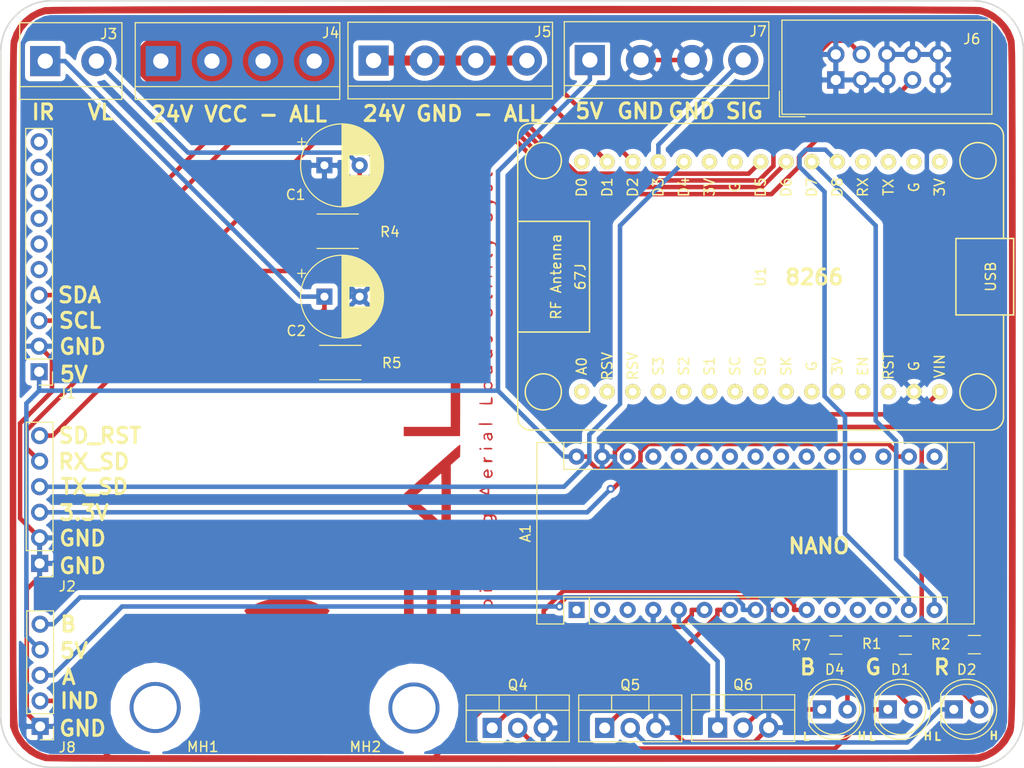
<source format=kicad_pcb>
(kicad_pcb (version 20171130) (host pcbnew 5.1.3-ffb9f22~84~ubuntu18.10.1)
  (layers (0 F.Cu signal) (31 B.Cu signal) (34 B.Paste user) (35 F.Paste user) (36 B.SilkS user) (37 F.SilkS user) (38 B.Mask user) (39 F.Mask user) (44 Edge.Cuts user))
  (net 0 "")
  (net 1 "Net-(D1-Pad2)")
  (net 2 /GND)
  (net 3 "Net-(D2-Pad2)")
  (net 4 "Net-(J1-Pad5)")
  (net 5 /3.3V)
  (net 6 "Net-(J1-Pad9)")
  (net 7 "Net-(J1-Pad10)")
  (net 8 /5V)
  (net 9 /MD_SIG)
  (net 10 /IMU_SCL)
  (net 11 /IMU_SDA)
  (net 12 /A_Channel)
  (net 13 "Net-(U1-Pad1)")
  (net 14 "Net-(U1-Pad2)")
  (net 15 "Net-(U1-Pad3)")
  (net 16 "Net-(U1-Pad10)")
  (net 17 "Net-(U1-Pad11)")
  (net 18 "Net-(U1-Pad12)")
  (net 19 "Net-(U1-Pad17)")
  (net 20 "Net-(U1-Pad24)")
  (net 21 "Net-(U1-Pad25)")
  (net 22 /B_Channel)
  (net 23 "Net-(J6-Pad7)")
  (net 24 "Net-(A1-Pad1)")
  (net 25 "Net-(A1-Pad2)")
  (net 26 "Net-(A1-Pad18)")
  (net 27 "Net-(A1-Pad3)")
  (net 28 "Net-(A1-Pad19)")
  (net 29 "Net-(A1-Pad20)")
  (net 30 /QA)
  (net 31 "Net-(A1-Pad21)")
  (net 32 /QB)
  (net 33 "Net-(A1-Pad22)")
  (net 34 /QC)
  (net 35 "Net-(A1-Pad23)")
  (net 36 "Net-(A1-Pad24)")
  (net 37 "Net-(A1-Pad25)")
  (net 38 /INDEX)
  (net 39 "Net-(A1-Pad26)")
  (net 40 "Net-(A1-Pad11)")
  (net 41 "Net-(A1-Pad27)")
  (net 42 "Net-(A1-Pad12)")
  (net 43 "Net-(A1-Pad28)")
  (net 44 "Net-(A1-Pad13)")
  (net 45 /TX_8266-RX_NANO)
  (net 46 /RX_8266-TX_NANO)
  (net 47 "Net-(A1-Pad16)")
  (net 48 "Net-(C1-Pad2)")
  (net 49 "Net-(C2-Pad1)")
  (net 50 "Net-(D1-Pad1)")
  (net 51 "Net-(D2-Pad1)")
  (net 52 "Net-(D4-Pad1)")
  (net 53 "Net-(D4-Pad2)")
  (net 54 "Net-(J1-Pad6)")
  (net 55 "Net-(J1-Pad7)")
  (net 56 "Net-(J1-Pad8)")
  (net 57 /TX_SD-RX_8266)
  (net 58 /RX_SD-TX_8266)
  (net 59 /SD_RST)
  (net 60 /24V)
  (net 61 /24V_GND)
  (net 62 "Net-(J6-Pad4)")
  (net 63 "Net-(U1-Pad4)")
  (net 64 "Net-(U1-Pad5)")
  (net 65 "Net-(U1-Pad6)")
  (net 66 "Net-(U1-Pad7)")
  (net 67 "Net-(U1-Pad8)")
  (net 68 "Net-(U1-Pad9)")
  (net 69 "Net-(U1-Pad13)")
  (net 70 "Net-(U1-Pad16)")
  (net 71 "Net-(U1-Pad18)")
  (net 72 "Net-(U1-Pad19)")
  (net 73 "Net-(U1-Pad30)")
  (module "ESP8266:NodeMCU1.0(LUA)" (layer F.Cu) (at 183.693 54.1528 90)
    (fp_text reference U1 (at 0 0 90) (layer F.SilkS))
    (fp_text value "NodeMCU1.0(ESP-12E)-ESP8266")
    (fp_text user USB (at 0 22.86 90) (layer F.SilkS))
    (fp_text user "RF Antenna" (at 0 -20.32 90) (layer F.SilkS))
    (fp_text user VIN (at -8.89 17.78 90) (layer F.SilkS))
    (fp_text user G (at -8.89 15.24 90) (layer F.SilkS))
    (fp_text user RST (at -8.89 12.7 90) (layer F.SilkS))
    (fp_text user EN (at -8.89 10.16 90) (layer F.SilkS))
    (fp_text user 3V (at -8.89 7.62 90) (layer F.SilkS))
    (fp_text user G (at -8.89 5.08 90) (layer F.SilkS))
    (fp_text user SK (at -8.89 2.54 90) (layer F.SilkS))
    (fp_text user SO (at -8.89 0 90) (layer F.SilkS))
    (fp_text user SC (at -8.89 -2.54 90) (layer F.SilkS))
    (fp_text user S1 (at -8.89 -5.08 90) (layer F.SilkS))
    (fp_text user S2 (at -8.89 -7.62 90) (layer F.SilkS))
    (fp_text user S3 (at -8.89 -10.16 90) (layer F.SilkS))
    (fp_text user RSV (at -8.89 -12.7 90) (layer F.SilkS))
    (fp_text user RSV (at -8.89 -15.24 90) (layer F.SilkS))
    (fp_text user A0 (at -8.89 -17.78 90) (layer F.SilkS))
    (fp_text user 3V (at 8.89 17.78 90) (layer F.SilkS))
    (fp_text user G (at 8.89 15.24 90) (layer F.SilkS))
    (fp_text user TX (at 8.89 12.7 90) (layer F.SilkS))
    (fp_text user RX (at 8.89 10.16 90) (layer F.SilkS))
    (fp_text user D8 (at 8.89 7.62 90) (layer F.SilkS))
    (fp_text user D7 (at 8.89 5.08 90) (layer F.SilkS))
    (fp_text user D6 (at 8.89 2.54 90) (layer F.SilkS))
    (fp_text user D5 (at 8.89 0 90) (layer F.SilkS))
    (fp_text user G (at 8.89 -2.54 90) (layer F.SilkS))
    (fp_text user 3V (at 8.89 -5.08 90) (layer F.SilkS))
    (fp_text user D4 (at 8.89 -7.62 90) (layer F.SilkS))
    (fp_text user D3 (at 8.89 -10.16 90) (layer F.SilkS))
    (fp_text user D2 (at 8.89 -12.7 90) (layer F.SilkS))
    (fp_text user D1 (at 8.89 -15.24 90) (layer F.SilkS))
    (fp_text user D0 (at 8.89 -17.78 90) (layer F.SilkS))
    (fp_text user 67J (at 0 -17.907 90) (layer F.SilkS))
    (pad 1 thru_hole circle (at -11.43 -17.78 90) (size 1.524 1.524) (drill 0.762) (layers *.Cu *.Mask F.SilkS) (net 13 "Net-(U1-Pad1)"))
    (pad 2 thru_hole circle (at -11.43 -15.24 90) (size 1.524 1.524) (drill 0.762) (layers *.Cu *.Mask F.SilkS) (net 14 "Net-(U1-Pad2)"))
    (pad 3 thru_hole circle (at -11.43 -12.7 90) (size 1.524 1.524) (drill 0.762) (layers *.Cu *.Mask F.SilkS) (net 15 "Net-(U1-Pad3)"))
    (pad 4 thru_hole circle (at -11.43 -10.16 90) (size 1.524 1.524) (drill 0.762) (layers *.Cu *.Mask F.SilkS) (net 63 "Net-(U1-Pad4)"))
    (pad 5 thru_hole circle (at -11.43 -7.62 90) (size 1.524 1.524) (drill 0.762) (layers *.Cu *.Mask F.SilkS) (net 64 "Net-(U1-Pad5)"))
    (pad 6 thru_hole circle (at -11.43 -5.08 90) (size 1.524 1.524) (drill 0.762) (layers *.Cu *.Mask F.SilkS) (net 65 "Net-(U1-Pad6)"))
    (pad 7 thru_hole circle (at -11.43 -2.54 90) (size 1.524 1.524) (drill 0.762) (layers *.Cu *.Mask F.SilkS) (net 66 "Net-(U1-Pad7)"))
    (pad 8 thru_hole circle (at -11.43 0 90) (size 1.524 1.524) (drill 0.762) (layers *.Cu *.Mask F.SilkS) (net 67 "Net-(U1-Pad8)"))
    (pad 9 thru_hole circle (at -11.43 2.54 90) (size 1.524 1.524) (drill 0.762) (layers *.Cu *.Mask F.SilkS) (net 68 "Net-(U1-Pad9)"))
    (pad 10 thru_hole circle (at -11.43 5.08 90) (size 1.524 1.524) (drill 0.762) (layers *.Cu *.Mask F.SilkS) (net 16 "Net-(U1-Pad10)"))
    (pad 11 thru_hole circle (at -11.43 7.62 90) (size 1.524 1.524) (drill 0.762) (layers *.Cu *.Mask F.SilkS) (net 17 "Net-(U1-Pad11)"))
    (pad 12 thru_hole circle (at -11.43 10.16 90) (size 1.524 1.524) (drill 0.762) (layers *.Cu *.Mask F.SilkS) (net 18 "Net-(U1-Pad12)"))
    (pad 13 thru_hole circle (at -11.43 12.7 90) (size 1.524 1.524) (drill 0.762) (layers *.Cu *.Mask F.SilkS) (net 69 "Net-(U1-Pad13)"))
    (pad 14 thru_hole circle (at -11.43 15.24 90) (size 1.524 1.524) (drill 0.762) (layers *.Cu *.Mask F.SilkS) (net 2 /GND))
    (pad 15 thru_hole circle (at -11.43 17.78 90) (size 1.524 1.524) (drill 0.762) (layers *.Cu *.Mask F.SilkS) (net 8 /5V))
    (pad 16 thru_hole circle (at 11.43 17.78 90) (size 1.524 1.524) (drill 0.762) (layers *.Cu *.Mask F.SilkS) (net 70 "Net-(U1-Pad16)"))
    (pad 17 thru_hole circle (at 11.43 15.24 90) (size 1.524 1.524) (drill 0.762) (layers *.Cu *.Mask F.SilkS) (net 19 "Net-(U1-Pad17)"))
    (pad 18 thru_hole circle (at 11.43 12.7 90) (size 1.524 1.524) (drill 0.762) (layers *.Cu *.Mask F.SilkS) (net 71 "Net-(U1-Pad18)"))
    (pad 19 thru_hole circle (at 11.43 10.16 90) (size 1.524 1.524) (drill 0.762) (layers *.Cu *.Mask F.SilkS) (net 72 "Net-(U1-Pad19)"))
    (pad 20 thru_hole circle (at 11.43 7.62 90) (size 1.524 1.524) (drill 0.762) (layers *.Cu *.Mask F.SilkS) (net 45 /TX_8266-RX_NANO))
    (pad 21 thru_hole circle (at 11.43 5.08 90) (size 1.524 1.524) (drill 0.762) (layers *.Cu *.Mask F.SilkS) (net 46 /RX_8266-TX_NANO))
    (pad 22 thru_hole circle (at 11.43 2.54 90) (size 1.524 1.524) (drill 0.762) (layers *.Cu *.Mask F.SilkS) (net 59 /SD_RST))
    (pad 23 thru_hole circle (at 11.43 0 90) (size 1.524 1.524) (drill 0.762) (layers *.Cu *.Mask F.SilkS) (net 58 /RX_SD-TX_8266))
    (pad 24 thru_hole circle (at 11.43 -2.54 90) (size 1.524 1.524) (drill 0.762) (layers *.Cu *.Mask F.SilkS) (net 20 "Net-(U1-Pad24)"))
    (pad 25 thru_hole circle (at 11.43 -5.08 90) (size 1.524 1.524) (drill 0.762) (layers *.Cu *.Mask F.SilkS) (net 21 "Net-(U1-Pad25)"))
    (pad 26 thru_hole circle (at 11.43 -7.62 90) (size 1.524 1.524) (drill 0.762) (layers *.Cu *.Mask F.SilkS) (net 57 /TX_SD-RX_8266))
    (pad 27 thru_hole circle (at 11.43 -10.16 90) (size 1.524 1.524) (drill 0.762) (layers *.Cu *.Mask F.SilkS) (net 9 /MD_SIG))
    (pad 28 thru_hole circle (at 11.43 -12.7 90) (size 1.524 1.524) (drill 0.762) (layers *.Cu *.Mask F.SilkS) (net 11 /IMU_SDA))
    (pad 29 thru_hole circle (at 11.43 -15.24 90) (size 1.524 1.524) (drill 0.762) (layers *.Cu *.Mask F.SilkS) (net 10 /IMU_SCL))
    (pad 30 thru_hole circle (at 11.43 -17.78 90) (size 1.524 1.524) (drill 0.762) (layers *.Cu *.Mask F.SilkS) (net 73 "Net-(U1-Pad30)"))
  )
  (module MountingHole:MountingHole_4.3mm_M4 (layer F.Cu) (at 123.546 96.9772 180)
    (fp_text reference MH1 (at -4.7244 -3.9116 180) (layer F.SilkS))
    (fp_text value MountingHole_4.3mm_M4)
    (pad "" np_thru_hole circle (at 0 0 180) (size 5.08 5.08) (drill 4.3) (layers *.Cu *.Mask))
  )
  (module MountingHole:MountingHole_4.3mm_M4 (layer F.Cu) (at 149.25 97.028)
    (fp_text reference MH2 (at -4.826 3.8608) (layer F.SilkS))
    (fp_text value MountingHole_4.3mm_M4)
    (pad "" np_thru_hole circle (at 0 0) (size 5.08 5.08) (drill 4.3) (layers *.Cu *.Mask))
  )
  (module LED_THT:LED_D5.0mm (layer F.Cu) (at 196.33 97.1653)
    (fp_text reference D1 (at 1.27 -3.96) (layer F.SilkS))
    (fp_text value LED_GREEN)
    (pad 2 thru_hole circle (at 2.54 0) (size 1.8 1.8) (drill 0.9) (layers *.Cu *.Mask) (net 1 "Net-(D1-Pad2)"))
    (pad 1 thru_hole rect (at 0 0) (size 1.8 1.8) (drill 0.9) (layers *.Cu *.Mask) (net 50 "Net-(D1-Pad1)"))
  )
  (module LED_THT:LED_D5.0mm (layer F.Cu) (at 202.884 97.1653)
    (fp_text reference D2 (at 1.27 -3.96) (layer F.SilkS))
    (fp_text value LED_RED)
    (pad 1 thru_hole rect (at 0 0) (size 1.8 1.8) (drill 0.9) (layers *.Cu *.Mask) (net 51 "Net-(D2-Pad1)"))
    (pad 2 thru_hole circle (at 2.54 0) (size 1.8 1.8) (drill 0.9) (layers *.Cu *.Mask) (net 3 "Net-(D2-Pad2)"))
  )
  (module Resistor_SMD:R_1206_3216Metric_Pad1.42x1.75mm_HandSolder (layer F.Cu) (at 198.069 90.7796)
    (fp_text reference R1 (at -3.341322 -0.137302) (layer F.SilkS))
    (fp_text value 80R)
    (pad 2 smd roundrect (at 1.4875 0) (size 1.425 1.75) (layers F.Cu F.Paste F.Mask) (roundrect_rratio 0.175439) (net 8 /5V))
    (pad 1 smd roundrect (at -1.4875 0) (size 1.425 1.75) (layers F.Cu F.Paste F.Mask) (roundrect_rratio 0.175439) (net 1 "Net-(D1-Pad2)"))
  )
  (module Resistor_SMD:R_1206_3216Metric_Pad1.42x1.75mm_HandSolder (layer F.Cu) (at 204.927 90.7288)
    (fp_text reference R2 (at -3.3528 -0.035702) (layer F.SilkS))
    (fp_text value 130R)
    (pad 1 smd roundrect (at -1.4875 0) (size 1.425 1.75) (layers F.Cu F.Paste F.Mask) (roundrect_rratio 0.175439) (net 3 "Net-(D2-Pad2)"))
    (pad 2 smd roundrect (at 1.4875 0) (size 1.425 1.75) (layers F.Cu F.Paste F.Mask) (roundrect_rratio 0.175439) (net 8 /5V))
  )
  (module v1:SALUS_TITLE (layer F.Cu) (at 143.972575 65.881722 90)
    (fp_text reference LOGO1 hide)
    (fp_text value LOGO hide)
  )
  (module v1:SALUS_TITLE_CU (layer F.Cu) (at 143.972575 65.881722 90)
    (fp_text reference LOGO2 hide)
    (fp_text value LOGO hide)
    (fp_poly (pts (xy -12.252505 12.198976) (xy -12.157094 12.247226) (xy -12.095775 12.274979) (xy -12.067736 12.247226) (xy -11.991418 12.19633) (xy -11.960402 12.192) (xy -11.924138 12.212357) (xy -11.901666 12.284582) (xy -11.890263 12.425401) (xy -11.8872 12.641619) (xy -11.897061 12.95428) (xy -11.929277 13.180791) (xy -11.987803 13.334925) (xy -12.076593 13.430452) (xy -12.120719 13.454997) (xy -12.295693 13.502086) (xy -12.491632 13.508022) (xy -12.663052 13.473924) (xy -12.728391 13.440019) (xy -12.793102 13.372275) (xy -12.771958 13.311654) (xy -12.765653 13.305012) (xy -12.696211 13.268474) (xy -12.629499 13.30487) (xy -12.531824 13.341851) (xy -12.388265 13.352557) (xy -12.361814 13.350977) (xy -12.210687 13.31803) (xy -12.12278 13.238659) (xy -12.107367 13.210836) (xy -12.065806 13.090433) (xy -12.098145 13.038704) (xy -12.20788 13.051939) (xy -12.245488 13.064149) (xy -12.433346 13.085523) (xy -12.59647 13.026536) (xy -12.72263 12.90765) (xy -12.799595 12.749331) (xy -12.809519 12.636128) (xy -12.6492 12.636128) (xy -12.6081 12.804934) (xy -12.500167 12.9131) (xy -12.348458 12.947346) (xy -12.188661 12.901412) (xy -12.115057 12.821414) (xy -12.090536 12.673747) (xy -12.0904 12.657572) (xy -12.115129 12.477966) (xy -12.195638 12.377399) (xy -12.341409 12.344475) (xy -12.350932 12.3444) (xy -12.514989 12.38724) (xy -12.620357 12.502956) (xy -12.6492 12.636128) (xy -12.809519 12.636128) (xy -12.815137 12.572044) (xy -12.757024 12.396254) (xy -12.694373 12.313009) (xy -12.567929 12.231069) (xy -12.406774 12.19136) (xy -12.252505 12.198976)) (layer F.Cu) (width 0.01))
    (fp_poly (pts (xy 14.772597 12.192) (xy 14.838885 12.227418) (xy 14.910352 12.341168) (xy 14.986 12.5222) (xy 15.051328 12.686075) (xy 15.106146 12.804241) (xy 15.139069 12.852277) (xy 15.139948 12.8524) (xy 15.170676 12.808304) (xy 15.222483 12.692458) (xy 15.284389 12.52952) (xy 15.286981 12.5222) (xy 15.363403 12.33562) (xy 15.43317 12.221307) (xy 15.477599 12.192) (xy 15.527359 12.220906) (xy 15.516647 12.3063) (xy 15.465161 12.455487) (xy 15.389346 12.652876) (xy 15.300646 12.871112) (xy 15.210504 13.082839) (xy 15.130361 13.260699) (xy 15.07166 13.377338) (xy 15.06203 13.393188) (xy 14.975842 13.473107) (xy 14.869693 13.511644) (xy 14.777348 13.504359) (xy 14.732573 13.44681) (xy 14.732 13.4366) (xy 14.774461 13.374566) (xy 14.834689 13.3604) (xy 14.945731 13.318039) (xy 15.007208 13.206267) (xy 15.011853 13.048049) (xy 14.975184 12.916428) (xy 14.863246 12.640441) (xy 14.785018 12.445012) (xy 14.736631 12.316301) (xy 14.714214 12.240472) (xy 14.713897 12.203686) (xy 14.731812 12.192106) (xy 14.764089 12.191895) (xy 14.772597 12.192)) (layer F.Cu) (width 0.01))
    (fp_poly (pts (xy 19.585548 12.202615) (xy 19.577297 12.25613) (xy 19.537248 12.381266) (xy 19.473946 12.556394) (xy 19.395936 12.759888) (xy 19.311762 12.970121) (xy 19.229971 13.165465) (xy 19.159107 13.324295) (xy 19.107715 13.424982) (xy 19.095431 13.443068) (xy 19.018474 13.490448) (xy 18.912067 13.511729) (xy 18.813016 13.506233) (xy 18.758127 13.473279) (xy 18.757645 13.4493) (xy 18.819173 13.392147) (xy 18.891616 13.369208) (xy 19.012366 13.31022) (xy 19.062631 13.180953) (xy 19.042443 12.984267) (xy 18.951837 12.723021) (xy 18.882087 12.573) (xy 18.794885 12.379784) (xy 18.764058 12.259472) (xy 18.788182 12.20141) (xy 18.83113 12.192) (xy 18.895229 12.222196) (xy 18.960713 12.322277) (xy 19.036638 12.50648) (xy 19.043804 12.526309) (xy 19.10734 12.684504) (xy 19.162853 12.789326) (xy 19.199223 12.820161) (xy 19.201354 12.818409) (xy 19.237856 12.750047) (xy 19.292316 12.618248) (xy 19.33461 12.503183) (xy 19.414283 12.318315) (xy 19.493782 12.210182) (xy 19.56489 12.188623) (xy 19.585548 12.202615)) (layer F.Cu) (width 0.01))
    (fp_poly (pts (xy -24.900088 11.76242) (xy -24.81281 11.80758) (xy -24.747899 11.874288) (xy -24.767731 11.934088) (xy -24.7777 11.94474) (xy -24.847579 11.982661) (xy -24.90216 11.94816) (xy -25.012927 11.896424) (xy -25.155035 11.894423) (xy -25.274755 11.940415) (xy -25.296375 11.960959) (xy -25.345358 12.070465) (xy -25.302742 12.177058) (xy -25.164928 12.286134) (xy -25.032938 12.356023) (xy -24.842267 12.461869) (xy -24.73781 12.559622) (xy -24.711119 12.617992) (xy -24.716778 12.77937) (xy -24.794644 12.943715) (xy -24.887598 13.041284) (xy -25.01139 13.087858) (xy -25.184047 13.098521) (xy -25.359293 13.073011) (xy -25.4381 13.044398) (xy -25.525176 12.986603) (xy -25.5524 12.944642) (xy -25.51177 12.886387) (xy -25.424074 12.864991) (xy -25.340606 12.891857) (xy -25.335626 12.896454) (xy -25.226728 12.945825) (xy -25.085433 12.946454) (xy -24.966348 12.900607) (xy -24.944826 12.88024) (xy -24.89702 12.762649) (xy -24.95059 12.647625) (xy -25.105339 12.535514) (xy -25.157939 12.508875) (xy -25.381714 12.372944) (xy -25.504453 12.22709) (xy -25.526263 12.07102) (xy -25.44725 11.904437) (xy -25.397441 11.845355) (xy -25.259698 11.762669) (xy -25.078982 11.734059) (xy -24.900088 11.76242)) (layer F.Cu) (width 0.01))
    (fp_poly (pts (xy -23.738515 11.98216) (xy -23.7236 12.065) (xy -23.702619 12.161673) (xy -23.620005 12.191463) (xy -23.5966 12.192) (xy -23.494457 12.218496) (xy -23.4696 12.2682) (xy -23.513896 12.329402) (xy -23.599136 12.3444) (xy -23.671667 12.350099) (xy -23.708598 12.383425) (xy -23.719452 12.468724) (xy -23.713756 12.630338) (xy -23.713436 12.6365) (xy -23.700224 12.803566) (xy -23.675774 12.894393) (xy -23.629432 12.934337) (xy -23.5839 12.944833) (xy -23.494535 12.985017) (xy -23.4696 13.033733) (xy -23.510896 13.088208) (xy -23.61116 13.103134) (xy -23.73496 13.076524) (xy -23.7871 13.05153) (xy -23.838145 12.998714) (xy -23.865768 12.899432) (xy -23.875641 12.729475) (xy -23.876 12.672075) (xy -23.879215 12.494204) (xy -23.893515 12.395325) (xy -23.925884 12.352912) (xy -23.9776 12.3444) (xy -24.060343 12.312636) (xy -24.0792 12.2682) (xy -24.036849 12.206143) (xy -23.9776 12.192) (xy -23.89793 12.162234) (xy -23.876 12.065) (xy -23.849504 11.962856) (xy -23.7998 11.938) (xy -23.738515 11.98216)) (layer F.Cu) (width 0.01))
    (fp_poly (pts (xy -22.245164 12.219094) (xy -22.132279 12.283811) (xy -22.130858 12.285359) (xy -22.07908 12.39084) (xy -22.038322 12.558665) (xy -22.014094 12.749729) (xy -22.011905 12.924925) (xy -22.02734 13.020174) (xy -22.066117 13.080918) (xy -22.124425 13.054749) (xy -22.217521 13.024384) (xy -22.294614 13.052074) (xy -22.47278 13.103551) (xy -22.631505 13.066186) (xy -22.665392 13.0429) (xy -22.755956 12.920845) (xy -22.756008 12.919556) (xy -22.59781 12.919556) (xy -22.552079 12.94819) (xy -22.433679 12.945331) (xy -22.424966 12.944602) (xy -22.281688 12.913999) (xy -22.206407 12.84222) (xy -22.193317 12.812353) (xy -22.178181 12.713364) (xy -22.231862 12.664937) (xy -22.364931 12.656064) (xy -22.496012 12.708236) (xy -22.583744 12.801181) (xy -22.597267 12.844025) (xy -22.59781 12.919556) (xy -22.756008 12.919556) (xy -22.761357 12.789484) (xy -22.693469 12.669621) (xy -22.564166 12.582061) (xy -22.38532 12.547606) (xy -22.382708 12.5476) (xy -22.231677 12.529679) (xy -22.173038 12.477694) (xy -22.209159 12.394306) (xy -22.228162 12.373895) (xy -22.364861 12.300349) (xy -22.517086 12.322281) (xy -22.552775 12.341825) (xy -22.641457 12.369546) (xy -22.682292 12.335044) (xy -22.653047 12.263677) (xy -22.549726 12.207192) (xy -22.399039 12.192943) (xy -22.245164 12.219094)) (layer F.Cu) (width 0.01))
    (fp_poly (pts (xy -21.113955 11.707408) (xy -21.090199 11.790388) (xy -21.082151 11.952075) (xy -21.082 11.9888) (xy -21.071334 12.177507) (xy -21.041077 12.27928) (xy -20.993843 12.288892) (xy -20.955 12.2428) (xy -20.887264 12.208075) (xy -20.764847 12.192114) (xy -20.753318 12.192) (xy -20.585283 12.238089) (xy -20.440143 12.357622) (xy -20.344085 12.522495) (xy -20.32 12.657005) (xy -20.359246 12.813443) (xy -20.46072 12.950119) (xy -20.600031 13.052331) (xy -20.752787 13.105381) (xy -20.894594 13.094565) (xy -20.968088 13.047592) (xy -21.040203 13.015263) (xy -21.097222 13.047152) (xy -21.172112 13.080858) (xy -21.200975 13.072092) (xy -21.213327 13.011536) (xy -21.223618 12.869254) (xy -21.229361 12.70856) (xy -21.077411 12.70856) (xy -21.014883 12.84406) (xy -20.900995 12.934224) (xy -20.8026 12.954) (xy -20.672681 12.920953) (xy -20.603029 12.874171) (xy -20.544332 12.760629) (xy -20.525189 12.608491) (xy -20.547585 12.467043) (xy -20.584161 12.40536) (xy -20.697925 12.352898) (xy -20.846061 12.35307) (xy -20.977477 12.403571) (xy -21.002172 12.424228) (xy -21.077025 12.558392) (xy -21.077411 12.70856) (xy -21.229361 12.70856) (xy -21.230914 12.665117) (xy -21.23428 12.418994) (xy -21.2344 12.361333) (xy -21.232764 12.082314) (xy -21.226739 11.889992) (xy -21.214652 11.7695) (xy -21.194833 11.705973) (xy -21.165607 11.684543) (xy -21.1582 11.684) (xy -21.113955 11.707408)) (layer F.Cu) (width 0.01))
    (fp_poly (pts (xy -18.48532 11.698496) (xy -18.463721 11.751861) (xy -18.450149 11.858911) (xy -18.442952 12.03446) (xy -18.440476 12.293325) (xy -18.4404 12.366801) (xy -18.44395 12.679377) (xy -18.455522 12.898711) (xy -18.476503 13.032943) (xy -18.508278 13.090214) (xy -18.552235 13.078666) (xy -18.560315 13.071152) (xy -18.572318 13.010959) (xy -18.582319 12.869005) (xy -18.589409 12.665125) (xy -18.592683 12.419151) (xy -18.5928 12.361333) (xy -18.591164 12.082314) (xy -18.585139 11.889992) (xy -18.573052 11.7695) (xy -18.553233 11.705973) (xy -18.524007 11.684543) (xy -18.5166 11.684) (xy -18.48532 11.698496)) (layer F.Cu) (width 0.01))
    (fp_poly (pts (xy -17.513191 12.210513) (xy -17.489856 12.27788) (xy -17.478245 12.411842) (xy -17.4752 12.620801) (xy -17.482618 12.874084) (xy -17.505479 13.030231) (xy -17.544694 13.09266) (xy -17.595115 13.071152) (xy -17.610042 13.008579) (xy -17.621352 12.870447) (xy -17.627191 12.68278) (xy -17.6276 12.615333) (xy -17.624242 12.401887) (xy -17.612028 12.27207) (xy -17.587752 12.208069) (xy -17.5514 12.192) (xy -17.513191 12.210513)) (layer F.Cu) (width 0.01))
    (fp_poly (pts (xy -16.206716 12.198702) (xy -16.090264 12.226503) (xy -16.059552 12.286943) (xy -16.110852 12.39156) (xy -16.24044 12.551895) (xy -16.2814 12.5984) (xy -16.396924 12.735249) (xy -16.479115 12.845548) (xy -16.51 12.904895) (xy -16.464593 12.934181) (xy -16.349707 12.951747) (xy -16.2814 12.954) (xy -16.120792 12.967656) (xy -16.054463 13.007983) (xy -16.0528 13.018238) (xy -16.098207 13.051452) (xy -16.213023 13.07773) (xy -16.365143 13.094303) (xy -16.522464 13.098404) (xy -16.652879 13.087265) (xy -16.7005 13.074073) (xy -16.751789 13.034589) (xy -16.749544 12.970797) (xy -16.687543 12.867981) (xy -16.559563 12.711428) (xy -16.5354 12.683669) (xy -16.420634 12.547568) (xy -16.338575 12.440894) (xy -16.306805 12.38652) (xy -16.3068 12.386293) (xy -16.352024 12.360766) (xy -16.465518 12.339703) (xy -16.518752 12.33462) (xy -16.65502 12.311072) (xy -16.740629 12.270953) (xy -16.751586 12.2555) (xy -16.733694 12.2203) (xy -16.642979 12.200013) (xy -16.466743 12.19226) (xy -16.412634 12.192) (xy -16.206716 12.198702)) (layer F.Cu) (width 0.01))
    (fp_poly (pts (xy -15.176391 12.210513) (xy -15.153056 12.27788) (xy -15.141445 12.411842) (xy -15.1384 12.620801) (xy -15.145818 12.874084) (xy -15.168679 13.030231) (xy -15.207894 13.09266) (xy -15.258315 13.071152) (xy -15.273242 13.008579) (xy -15.284552 12.870447) (xy -15.290391 12.68278) (xy -15.2908 12.615333) (xy -15.287442 12.401887) (xy -15.275228 12.27207) (xy -15.250952 12.208069) (xy -15.2146 12.192) (xy -15.176391 12.210513)) (layer F.Cu) (width 0.01))
    (fp_poly (pts (xy -13.730774 12.223453) (xy -13.63065 12.323352) (xy -13.579879 12.500001) (xy -13.573746 12.758481) (xy -13.593185 12.953452) (xy -13.623549 13.049952) (xy -13.657539 13.047577) (xy -13.68786 12.94592) (xy -13.706162 12.765841) (xy -13.729794 12.549516) (xy -13.778248 12.4179) (xy -13.860205 12.355392) (xy -13.940661 12.3444) (xy -14.061 12.370193) (xy -14.134182 12.457082) (xy -14.168225 12.619326) (xy -14.1732 12.757961) (xy -14.184479 12.957872) (xy -14.21696 13.070166) (xy -14.26861 13.089536) (xy -14.293115 13.071152) (xy -14.308042 13.008579) (xy -14.319352 12.870447) (xy -14.325191 12.68278) (xy -14.3256 12.615333) (xy -14.322242 12.401887) (xy -14.310028 12.27207) (xy -14.285752 12.208069) (xy -14.2494 12.192) (xy -14.181887 12.224779) (xy -14.1732 12.25296) (xy -14.158206 12.288302) (xy -14.11224 12.25296) (xy -14.0215 12.210233) (xy -13.887514 12.192007) (xy -13.884812 12.192) (xy -13.730774 12.223453)) (layer F.Cu) (width 0.01))
    (fp_poly (pts (xy -9.509014 11.803442) (xy -9.43964 11.919393) (xy -9.350126 12.087388) (xy -9.250426 12.286761) (xy -9.150494 12.496847) (xy -9.060285 12.696981) (xy -8.989752 12.866498) (xy -8.948852 12.984733) (xy -8.942652 13.0175) (xy -8.983061 13.049623) (xy -9.031263 13.0556) (xy -9.116154 13.009693) (xy -9.179251 12.9032) (xy -9.215499 12.821459) (xy -9.264256 12.775845) (xy -9.35253 12.755836) (xy -9.507328 12.750909) (xy -9.57042 12.7508) (xy -9.750608 12.753655) (xy -9.854324 12.767946) (xy -9.90666 12.802259) (xy -9.932702 12.86518) (xy -9.935417 12.875716) (xy -9.99695 13.012208) (xy -10.085117 13.07575) (xy -10.141094 13.072014) (xy -10.14517 13.020874) (xy -10.110926 12.899705) (xy -10.04735 12.728394) (xy -9.966789 12.5349) (xy -9.79001 12.5349) (xy -9.77305 12.576443) (xy -9.672334 12.595914) (xy -9.581236 12.5984) (xy -9.442939 12.590992) (xy -9.358802 12.572207) (xy -9.346949 12.5603) (xy -9.363766 12.479515) (xy -9.405896 12.353692) (xy -9.459923 12.216416) (xy -9.512432 12.101276) (xy -9.550009 12.041858) (xy -9.55492 12.0396) (xy -9.580544 12.059417) (xy -9.619484 12.128361) (xy -9.678497 12.260669) (xy -9.76434 12.470577) (xy -9.79001 12.5349) (xy -9.966789 12.5349) (xy -9.963428 12.526828) (xy -9.868147 12.314892) (xy -9.770493 12.112473) (xy -9.679453 11.939458) (xy -9.604013 11.815734) (xy -9.553161 11.761186) (xy -9.548293 11.7602) (xy -9.509014 11.803442)) (layer F.Cu) (width 0.01))
    (fp_poly (pts (xy -7.646337 12.24804) (xy -7.506919 12.378952) (xy -7.475898 12.42996) (xy -7.418903 12.558274) (xy -7.421729 12.638661) (xy -7.496094 12.681795) (xy -7.653719 12.698351) (xy -7.7724 12.7) (xy -7.947681 12.703758) (xy -8.074688 12.71365) (xy -8.127722 12.727598) (xy -8.128 12.728739) (xy -8.106666 12.79168) (xy -8.075413 12.855739) (xy -7.98794 12.925839) (xy -7.851593 12.954911) (xy -7.71204 12.939129) (xy -7.63016 12.89304) (xy -7.556869 12.860037) (xy -7.51412 12.88716) (xy -7.498333 12.947509) (xy -7.572589 13.021758) (xy -7.576223 13.02432) (xy -7.762121 13.095586) (xy -7.978173 13.082395) (xy -8.06118 13.055245) (xy -8.198019 12.948119) (xy -8.26938 12.764362) (xy -8.2804 12.62483) (xy -8.254191 12.500361) (xy -8.117448 12.500361) (xy -8.073783 12.549623) (xy -7.93961 12.572552) (xy -7.853388 12.575409) (xy -7.706804 12.569651) (xy -7.637026 12.542414) (xy -7.62 12.488296) (xy -7.660981 12.383993) (xy -7.762726 12.326314) (xy -7.893439 12.319986) (xy -8.021324 12.369738) (xy -8.076986 12.420341) (xy -8.117448 12.500361) (xy -8.254191 12.500361) (xy -8.23953 12.430741) (xy -8.132427 12.290383) (xy -7.982352 12.20939) (xy -7.812568 12.193398) (xy -7.646337 12.24804)) (layer F.Cu) (width 0.01))
    (fp_poly (pts (xy -6.521526 12.217466) (xy -6.5024 12.25296) (xy -6.487406 12.288302) (xy -6.44144 12.25296) (xy -6.348114 12.200436) (xy -6.254121 12.200067) (xy -6.200102 12.24931) (xy -6.1976 12.2682) (xy -6.239313 12.332063) (xy -6.28904 12.3444) (xy -6.401545 12.374765) (xy -6.469725 12.473745) (xy -6.499716 12.65316) (xy -6.5024 12.755524) (xy -6.51306 12.94748) (xy -6.546605 13.050377) (xy -6.573634 13.072064) (xy -6.655003 13.079473) (xy -6.675234 13.069033) (xy -6.689181 13.007492) (xy -6.699751 12.870225) (xy -6.705214 12.683093) (xy -6.7056 12.615333) (xy -6.703638 12.407845) (xy -6.694541 12.281879) (xy -6.673497 12.217384) (xy -6.635695 12.194307) (xy -6.604 12.192) (xy -6.521526 12.217466)) (layer F.Cu) (width 0.01))
    (fp_poly (pts (xy -5.321097 12.210578) (xy -5.297748 12.278161) (xy -5.286177 12.412522) (xy -5.2832 12.618364) (xy -5.287394 12.839888) (xy -5.301998 12.978237) (xy -5.33005 13.051568) (xy -5.3594 13.07397) (xy -5.396043 13.073619) (xy -5.418932 13.027282) (xy -5.431049 12.918279) (xy -5.435375 12.729928) (xy -5.4356 12.647605) (xy -5.432614 12.425) (xy -5.421718 12.286488) (xy -5.400004 12.214685) (xy -5.364565 12.192208) (xy -5.3594 12.192) (xy -5.321097 12.210578)) (layer F.Cu) (width 0.01))
    (fp_poly (pts (xy -3.988306 12.21634) (xy -3.886264 12.297977) (xy -3.829624 12.44983) (xy -3.810216 12.684821) (xy -3.81 12.720123) (xy -3.812449 12.90095) (xy -3.823962 13.000214) (xy -3.850789 13.037915) (xy -3.89918 13.034051) (xy -3.907325 13.031556) (xy -4.00108 13.028902) (xy -4.037323 13.053533) (xy -4.118253 13.099759) (xy -4.247096 13.101275) (xy -4.382939 13.062685) (xy -4.4704 13.0048) (xy -4.545641 12.905645) (xy -4.550207 12.89266) (xy -4.400628 12.89266) (xy -4.399285 12.894972) (xy -4.319503 12.941361) (xy -4.187243 12.952388) (xy -4.046496 12.924577) (xy -4.042755 12.923164) (xy -3.980275 12.853846) (xy -3.9624 12.770764) (xy -3.98601 12.676467) (xy -4.074821 12.649287) (xy -4.083773 12.6492) (xy -4.20286 12.675901) (xy -4.315023 12.740691) (xy -4.390775 12.820601) (xy -4.400628 12.89266) (xy -4.550207 12.89266) (xy -4.572 12.830687) (xy -4.527424 12.733914) (xy -4.415467 12.640473) (xy -4.268786 12.571441) (xy -4.13335 12.5476) (xy -4.003558 12.523308) (xy -3.961043 12.459218) (xy -4.011974 12.368511) (xy -4.03833 12.344624) (xy -4.121032 12.305794) (xy -4.23566 12.317514) (xy -4.3815 12.369471) (xy -4.45527 12.375122) (xy -4.4704 12.32987) (xy -4.4257 12.245857) (xy -4.29017 12.200822) (xy -4.143919 12.192) (xy -3.988306 12.21634)) (layer F.Cu) (width 0.01))
    (fp_poly (pts (xy -2.88972 11.698496) (xy -2.868121 11.751861) (xy -2.854549 11.858911) (xy -2.847352 12.03446) (xy -2.844876 12.293325) (xy -2.8448 12.366801) (xy -2.84835 12.679377) (xy -2.859922 12.898711) (xy -2.880903 13.032943) (xy -2.912678 13.090214) (xy -2.956635 13.078666) (xy -2.964715 13.071152) (xy -2.976718 13.010959) (xy -2.986719 12.869005) (xy -2.993809 12.665125) (xy -2.997083 12.419151) (xy -2.9972 12.361333) (xy -2.995564 12.082314) (xy -2.989539 11.889992) (xy -2.977452 11.7695) (xy -2.957633 11.705973) (xy -2.928407 11.684543) (xy -2.921 11.684) (xy -2.88972 11.698496)) (layer F.Cu) (width 0.01))
    (fp_poly (pts (xy -0.847728 11.76279) (xy -0.828568 11.839443) (xy -0.817456 11.989552) (xy -0.813029 12.225296) (xy -0.8128 12.314766) (xy -0.809721 12.546359) (xy -0.801347 12.736082) (xy -0.788977 12.863693) (xy -0.7747 12.908958) (xy -0.705455 12.914074) (xy -0.571438 12.920696) (xy -0.4826 12.924311) (xy -0.318387 12.940323) (xy -0.240229 12.975501) (xy -0.2286 13.007453) (xy -0.27397 13.04786) (xy -0.389435 13.076585) (xy -0.544033 13.092411) (xy -0.706801 13.094123) (xy -0.846776 13.080505) (xy -0.932993 13.05034) (xy -0.944764 13.035582) (xy -0.952951 12.962669) (xy -0.95742 12.810748) (xy -0.957854 12.602356) (xy -0.954197 12.370987) (xy -0.943352 12.08355) (xy -0.926217 11.88922) (xy -0.901746 11.779637) (xy -0.8763 11.747411) (xy -0.847728 11.76279)) (layer F.Cu) (width 0.01))
    (fp_poly (pts (xy 1.068606 12.233977) (xy 1.224134 12.344708) (xy 1.321825 12.499276) (xy 1.35265 12.683489) (xy 1.302137 12.849226) (xy 1.190442 12.982612) (xy 1.037722 13.069767) (xy 0.864135 13.096815) (xy 0.689838 13.049878) (xy 0.606084 12.992037) (xy 0.471925 12.839426) (xy 0.428306 12.68256) (xy 0.440286 12.617259) (xy 0.6096 12.617259) (xy 0.64909 12.79613) (xy 0.753935 12.910812) (xy 0.90369 12.948692) (xy 1.070139 12.901412) (xy 1.143743 12.821414) (xy 1.168264 12.673747) (xy 1.1684 12.657572) (xy 1.144597 12.479768) (xy 1.065074 12.380111) (xy 0.917652 12.344954) (xy 0.889 12.3444) (xy 0.723733 12.374604) (xy 0.633586 12.470789) (xy 0.6096 12.617259) (xy 0.440286 12.617259) (xy 0.458385 12.518607) (xy 0.561603 12.339381) (xy 0.713564 12.231846) (xy 0.890491 12.196533) (xy 1.068606 12.233977)) (layer F.Cu) (width 0.01))
    (fp_poly (pts (xy 2.609185 12.218398) (xy 2.726948 12.305689) (xy 2.799094 12.466011) (xy 2.834681 12.711504) (xy 2.835692 12.726686) (xy 2.856433 13.052422) (xy 2.710916 13.050899) (xy 2.549445 13.060916) (xy 2.406766 13.082705) (xy 2.270663 13.089241) (xy 2.165261 13.025726) (xy 2.140066 13.000037) (xy 2.05534 12.894695) (xy 2.048303 12.841395) (xy 2.244366 12.841395) (xy 2.246716 12.916526) (xy 2.300933 12.948117) (xy 2.411103 12.954) (xy 2.547323 12.937938) (xy 2.619713 12.878233) (xy 2.637929 12.8397) (xy 2.656532 12.719584) (xy 2.596809 12.663501) (xy 2.460163 12.672511) (xy 2.427884 12.68102) (xy 2.291991 12.749127) (xy 2.244366 12.841395) (xy 2.048303 12.841395) (xy 2.044673 12.813903) (xy 2.109953 12.720471) (xy 2.15669 12.67229) (xy 2.325964 12.566691) (xy 2.458492 12.5476) (xy 2.609523 12.529679) (xy 2.668162 12.477694) (xy 2.632041 12.394306) (xy 2.613038 12.373895) (xy 2.476339 12.300349) (xy 2.324114 12.322281) (xy 2.288425 12.341825) (xy 2.199743 12.369546) (xy 2.158908 12.335044) (xy 2.188153 12.263677) (xy 2.275496 12.216134) (xy 2.41268 12.192559) (xy 2.436746 12.192) (xy 2.609185 12.218398)) (layer F.Cu) (width 0.01))
    (fp_poly (pts (xy 4.425589 11.698548) (xy 4.447225 11.752106) (xy 4.460781 11.859539) (xy 4.467928 12.035714) (xy 4.470338 12.295497) (xy 4.4704 12.361333) (xy 4.468021 12.614012) (xy 4.461507 12.829064) (xy 4.451793 12.986621) (xy 4.439813 13.066813) (xy 4.436974 13.072092) (xy 4.375632 13.074084) (xy 4.338621 13.051634) (xy 4.245415 13.024887) (xy 4.172186 13.052074) (xy 3.98344 13.102259) (xy 3.795011 13.050857) (xy 3.7846 13.045042) (xy 3.634574 12.907566) (xy 3.558759 12.727491) (xy 3.559894 12.640373) (xy 3.7084 12.640373) (xy 3.748492 12.799136) (xy 3.850211 12.90381) (xy 3.985724 12.946976) (xy 4.127194 12.921214) (xy 4.246787 12.819106) (xy 4.265615 12.7889) (xy 4.314801 12.678097) (xy 4.30459 12.587661) (xy 4.265597 12.5095) (xy 4.155691 12.394598) (xy 4.016636 12.353585) (xy 3.876987 12.379755) (xy 3.765302 12.4664) (xy 3.710137 12.606813) (xy 3.7084 12.640373) (xy 3.559894 12.640373) (xy 3.561284 12.53376) (xy 3.646278 12.355316) (xy 3.68069 12.31669) (xy 3.800115 12.238899) (xy 3.947888 12.195132) (xy 4.08736 12.190696) (xy 4.181883 12.230897) (xy 4.191 12.2428) (xy 4.247927 12.296318) (xy 4.289588 12.254256) (xy 4.313368 12.121839) (xy 4.318 11.9888) (xy 4.323852 11.811816) (xy 4.344597 11.716794) (xy 4.385018 11.684601) (xy 4.3942 11.684) (xy 4.425589 11.698548)) (layer F.Cu) (width 0.01))
    (fp_poly (pts (xy 5.639743 12.19995) (xy 5.765248 12.244668) (xy 5.7912 12.2682) (xy 5.825938 12.317665) (xy 5.812217 12.344438) (xy 5.731686 12.357134) (xy 5.588 12.363607) (xy 5.453781 12.391179) (xy 5.410974 12.448608) (xy 5.462028 12.516673) (xy 5.5626 12.562887) (xy 5.732368 12.634032) (xy 5.819249 12.718887) (xy 5.842 12.825346) (xy 5.798236 12.961679) (xy 5.685982 13.057895) (xy 5.533795 13.103952) (xy 5.37023 13.089811) (xy 5.254809 13.031815) (xy 5.199719 12.983036) (xy 5.205141 12.954699) (xy 5.284574 12.940358) (xy 5.451517 12.933566) (xy 5.461 12.933341) (xy 5.609198 12.914103) (xy 5.66375 12.864614) (xy 5.6642 12.857936) (xy 5.648635 12.802615) (xy 5.588017 12.752092) (xy 5.461461 12.691909) (xy 5.3721 12.655715) (xy 5.266338 12.58734) (xy 5.232918 12.473827) (xy 5.2324 12.448876) (xy 5.268013 12.303969) (xy 5.33066 12.244587) (xy 5.480069 12.199164) (xy 5.639743 12.19995)) (layer F.Cu) (width 0.01))
    (fp_poly (pts (xy 8.628596 11.80654) (xy 8.659727 11.929071) (xy 8.678012 12.103058) (xy 8.682869 12.303764) (xy 8.673716 12.506455) (xy 8.649971 12.686395) (xy 8.611053 12.81885) (xy 8.610141 12.82079) (xy 8.479361 12.988634) (xy 8.294431 13.084846) (xy 8.080236 13.10164) (xy 7.890315 13.046012) (xy 7.7907 12.968855) (xy 7.724732 12.841556) (xy 7.688672 12.649676) (xy 7.678779 12.378779) (xy 7.681461 12.240058) (xy 7.695598 11.983777) (xy 7.717166 11.827605) (xy 7.74316 11.770589) (xy 7.770573 11.811775) (xy 7.7964 11.950212) (xy 7.817634 12.184945) (xy 7.8232 12.285001) (xy 7.842672 12.560413) (xy 7.87521 12.749626) (xy 7.928977 12.867921) (xy 8.012139 12.930581) (xy 8.132861 12.952888) (xy 8.180636 12.954) (xy 8.302292 12.936597) (xy 8.388029 12.875029) (xy 8.444252 12.755258) (xy 8.477364 12.563244) (xy 8.49377 12.284949) (xy 8.494329 12.266377) (xy 8.50399 12.028656) (xy 8.518361 11.876188) (xy 8.540374 11.792638) (xy 8.572961 11.761676) (xy 8.5852 11.7602) (xy 8.628596 11.80654)) (layer F.Cu) (width 0.01))
    (fp_poly (pts (xy 9.687885 11.98216) (xy 9.7028 12.065) (xy 9.726612 12.164588) (xy 9.8044 12.192) (xy 9.887142 12.223763) (xy 9.906 12.2682) (xy 9.863399 12.3302) (xy 9.801864 12.3444) (xy 9.743542 12.353999) (xy 9.714604 12.398722) (xy 9.70778 12.502458) (xy 9.712964 12.6365) (xy 9.726016 12.803264) (xy 9.750211 12.893926) (xy 9.79649 12.93398) (xy 9.845427 12.945216) (xy 9.92809 12.979223) (xy 9.94311 13.021416) (xy 9.879445 13.076365) (xy 9.767538 13.095511) (xy 9.655585 13.075022) (xy 9.613543 13.047623) (xy 9.577567 12.960589) (xy 9.555293 12.80121) (xy 9.5504 12.66444) (xy 9.547033 12.48909) (xy 9.532116 12.392491) (xy 9.498425 12.351887) (xy 9.4488 12.3444) (xy 9.366057 12.312636) (xy 9.3472 12.2682) (xy 9.389551 12.206143) (xy 9.4488 12.192) (xy 9.52847 12.162234) (xy 9.5504 12.065) (xy 9.576896 11.962856) (xy 9.6266 11.938) (xy 9.687885 11.98216)) (layer F.Cu) (width 0.01))
    (fp_poly (pts (xy 11.792108 11.7399) (xy 11.817994 11.861964) (xy 11.832073 12.065616) (xy 11.836398 12.360634) (xy 11.8364 12.366577) (xy 11.833545 12.648023) (xy 11.823884 12.843392) (xy 11.805771 12.96808) (xy 11.777562 13.03748) (xy 11.762998 13.053277) (xy 11.73321 13.065808) (xy 11.711672 13.037115) (xy 11.696502 12.953769) (xy 11.685814 12.802339) (xy 11.677726 12.569398) (xy 11.674098 12.419529) (xy 11.671084 12.164678) (xy 11.673584 11.948322) (xy 11.680992 11.789671) (xy 11.692705 11.707936) (xy 11.6967 11.701433) (xy 11.752361 11.689649) (xy 11.792108 11.7399)) (layer F.Cu) (width 0.01))
    (fp_poly (pts (xy 12.711774 12.209817) (xy 12.73493 12.274843) (xy 12.746961 12.404441) (xy 12.750759 12.615975) (xy 12.7508 12.6492) (xy 12.749496 12.849963) (xy 12.746003 13.004899) (xy 12.74095 13.091601) (xy 12.7381 13.102389) (xy 12.686784 13.082714) (xy 12.6619 13.072756) (xy 12.626213 13.013658) (xy 12.605354 12.867029) (xy 12.598403 12.626328) (xy 12.5984 12.619566) (xy 12.601705 12.404902) (xy 12.61373 12.273929) (xy 12.637641 12.20889) (xy 12.6746 12.192) (xy 12.711774 12.209817)) (layer F.Cu) (width 0.01))
    (fp_poly (pts (xy 13.796727 11.961793) (xy 13.817545 12.053233) (xy 13.8176 12.061275) (xy 13.839982 12.162715) (xy 13.918313 12.191998) (xy 13.9192 12.192) (xy 14.001942 12.223763) (xy 14.0208 12.2682) (xy 13.978448 12.330256) (xy 13.9192 12.3444) (xy 13.860872 12.356322) (xy 13.830263 12.408035) (xy 13.818822 12.523454) (xy 13.8176 12.628555) (xy 13.822996 12.795532) (xy 13.844882 12.887346) (xy 13.891799 12.930123) (xy 13.9192 12.93928) (xy 14.001758 12.990309) (xy 14.0208 13.036124) (xy 13.981243 13.092555) (xy 13.883745 13.099439) (xy 13.760066 13.054942) (xy 13.7541 13.05153) (xy 13.701315 12.995658) (xy 13.67373 12.890146) (xy 13.665237 12.710351) (xy 13.6652 12.692719) (xy 13.660632 12.5184) (xy 13.641817 12.420284) (xy 13.601083 12.373188) (xy 13.5636 12.359119) (xy 13.485193 12.30993) (xy 13.464223 12.242913) (xy 13.506509 12.196368) (xy 13.5382 12.192) (xy 13.609635 12.16412) (xy 13.62075 12.1412) (xy 13.631776 12.04381) (xy 13.63345 12.027595) (xy 13.681691 11.965703) (xy 13.7287 11.94767) (xy 13.796727 11.961793)) (layer F.Cu) (width 0.01))
    (fp_poly (pts (xy 17.846339 11.751833) (xy 17.982068 11.795444) (xy 18.03389 11.861189) (xy 18.034 11.864726) (xy 17.99897 11.950529) (xy 17.909528 11.962891) (xy 17.840533 11.932289) (xy 17.708315 11.896176) (xy 17.57013 11.923468) (xy 17.468711 12.002176) (xy 17.448988 12.042155) (xy 17.450758 12.168949) (xy 17.546767 12.271729) (xy 17.738708 12.35325) (xy 17.938331 12.450139) (xy 18.05349 12.587864) (xy 18.078891 12.75281) (xy 18.00924 12.931362) (xy 17.979512 12.972549) (xy 17.882419 13.064496) (xy 17.75862 13.101103) (xy 17.662012 13.104599) (xy 17.497849 13.08853) (xy 17.359676 13.051039) (xy 17.337722 13.040501) (xy 17.260958 12.973775) (xy 17.272672 12.902602) (xy 17.325313 12.854265) (xy 17.403654 12.879383) (xy 17.42216 12.8905) (xy 17.585925 12.951881) (xy 17.733324 12.938865) (xy 17.84 12.86031) (xy 17.881595 12.725075) (xy 17.8816 12.723394) (xy 17.837035 12.624959) (xy 17.727284 12.541585) (xy 17.588257 12.498408) (xy 17.557864 12.4968) (xy 17.479948 12.462532) (xy 17.383227 12.380046) (xy 17.382455 12.379225) (xy 17.290043 12.220185) (xy 17.278861 12.050686) (xy 17.33857 11.89635) (xy 17.458827 11.782797) (xy 17.629292 11.735647) (xy 17.642278 11.735493) (xy 17.846339 11.751833)) (layer F.Cu) (width 0.01))
    (fp_poly (pts (xy 20.758042 12.221031) (xy 20.828 12.2682) (xy 20.862738 12.317665) (xy 20.849017 12.344438) (xy 20.768486 12.357134) (xy 20.6248 12.363607) (xy 20.490581 12.391179) (xy 20.447774 12.448608) (xy 20.498828 12.516673) (xy 20.5994 12.562887) (xy 20.728546 12.61367) (xy 20.8153 12.662241) (xy 20.870835 12.762724) (xy 20.867365 12.89709) (xy 20.80701 13.018066) (xy 20.798971 13.026571) (xy 20.679947 13.086179) (xy 20.515811 13.102433) (xy 20.35437 13.07307) (xy 20.304483 13.049954) (xy 20.243579 12.992959) (xy 20.272429 12.924711) (xy 20.273123 12.923872) (xy 20.344735 12.879423) (xy 20.400143 12.906473) (xy 20.504382 12.94624) (xy 20.620431 12.933371) (xy 20.702793 12.876677) (xy 20.715818 12.845346) (xy 20.691152 12.777453) (xy 20.581119 12.716524) (xy 20.513137 12.692946) (xy 20.369673 12.635529) (xy 20.299937 12.56749) (xy 20.279142 12.490486) (xy 20.297393 12.357109) (xy 20.34627 12.274586) (xy 20.463173 12.212782) (xy 20.615933 12.194724) (xy 20.758042 12.221031)) (layer F.Cu) (width 0.01))
    (fp_poly (pts (xy 21.829085 11.98216) (xy 21.844 12.065) (xy 21.864981 12.161673) (xy 21.947595 12.191463) (xy 21.971 12.192) (xy 22.073143 12.218496) (xy 22.098 12.2682) (xy 22.053839 12.329485) (xy 21.971 12.3444) (xy 21.8921 12.354109) (xy 21.855071 12.401528) (xy 21.844389 12.514093) (xy 21.844 12.568845) (xy 21.855011 12.77553) (xy 21.892102 12.897447) (xy 21.961356 12.949441) (xy 22.001835 12.954) (xy 22.081166 12.987263) (xy 22.098 13.0302) (xy 22.057908 13.088332) (xy 21.96124 13.102715) (xy 21.843407 13.072738) (xy 21.7805 13.035684) (xy 21.726245 12.964747) (xy 21.698613 12.840894) (xy 21.6916 12.662224) (xy 21.686998 12.48824) (xy 21.668057 12.390415) (xy 21.627068 12.343522) (xy 21.59 12.32968) (xy 21.50755 12.284929) (xy 21.4884 12.247555) (xy 21.530901 12.202435) (xy 21.59 12.192) (xy 21.66967 12.162234) (xy 21.6916 12.065) (xy 21.718096 11.962856) (xy 21.7678 11.938) (xy 21.829085 11.98216)) (layer F.Cu) (width 0.01))
    (fp_poly (pts (xy 23.445895 12.241089) (xy 23.582912 12.338996) (xy 23.662461 12.485846) (xy 23.6728 12.57069) (xy 23.667079 12.64088) (xy 23.634413 12.679588) (xy 23.55154 12.696163) (xy 23.3952 12.699953) (xy 23.351066 12.7) (xy 23.143187 12.705761) (xy 23.026176 12.726651) (xy 22.989771 12.76808) (xy 23.023705 12.835454) (xy 23.045562 12.860977) (xy 23.16272 12.932288) (xy 23.308299 12.951755) (xy 23.433509 12.91503) (xy 23.455013 12.897466) (xy 23.533852 12.869289) (xy 23.605168 12.903024) (xy 23.622 12.948843) (xy 23.5784 13.000473) (xy 23.473111 13.054209) (xy 23.344397 13.093948) (xy 23.251309 13.104855) (xy 23.113542 13.077779) (xy 23.0378 13.045042) (xy 22.884004 12.905623) (xy 22.8104 12.726134) (xy 22.820486 12.533142) (xy 22.822066 12.530219) (xy 22.976258 12.530219) (xy 23.041081 12.558062) (xy 23.17088 12.572383) (xy 23.251041 12.572654) (xy 23.404448 12.559558) (xy 23.473204 12.528763) (xy 23.479508 12.492907) (xy 23.419099 12.393985) (xy 23.312756 12.314735) (xy 23.236918 12.2936) (xy 23.150164 12.323321) (xy 23.056209 12.392714) (xy 22.987725 12.472119) (xy 22.976258 12.530219) (xy 22.822066 12.530219) (xy 22.91776 12.353212) (xy 22.943127 12.325927) (xy 23.100692 12.226065) (xy 23.276718 12.200615) (xy 23.445895 12.241089)) (layer F.Cu) (width 0.01))
    (fp_poly (pts (xy 24.535909 12.230157) (xy 24.551216 12.2555) (xy 24.585138 12.293525) (xy 24.64181 12.2555) (xy 24.766988 12.199325) (xy 24.926425 12.20607) (xy 25.043821 12.254227) (xy 25.136639 12.291051) (xy 25.205692 12.254227) (xy 25.318571 12.201901) (xy 25.467988 12.198677) (xy 25.60256 12.242736) (xy 25.637164 12.269507) (xy 25.682385 12.361223) (xy 25.720649 12.517762) (xy 25.747013 12.702369) (xy 25.756537 12.878286) (xy 25.744278 13.008758) (xy 25.738868 13.025927) (xy 25.674421 13.079953) (xy 25.629159 13.074185) (xy 25.581988 13.02933) (xy 25.56007 12.927305) (xy 25.558427 12.751949) (xy 25.55727 12.546429) (xy 25.532924 12.422583) (xy 25.476824 12.361543) (xy 25.380403 12.34444) (xy 25.373389 12.3444) (xy 25.255259 12.381183) (xy 25.181503 12.496241) (xy 25.148558 12.696631) (xy 25.146 12.795262) (xy 25.133519 12.976456) (xy 25.098504 13.076202) (xy 25.044593 13.086128) (xy 25.026085 13.071152) (xy 25.008079 13.006146) (xy 24.995947 12.8729) (xy 24.992822 12.755033) (xy 24.982029 12.541018) (xy 24.946153 12.412656) (xy 24.877789 12.35555) (xy 24.785926 12.352655) (xy 24.661751 12.418731) (xy 24.576969 12.567299) (xy 24.538643 12.784529) (xy 24.537148 12.8397) (xy 24.525374 12.985932) (xy 24.48738 13.049479) (xy 24.4602 13.0556) (xy 24.422104 13.037165) (xy 24.398787 12.970059) (xy 24.387128 12.836583) (xy 24.384 12.6238) (xy 24.387663 12.405198) (xy 24.400489 12.271482) (xy 24.425229 12.206141) (xy 24.455966 12.192) (xy 24.535909 12.230157)) (layer F.Cu) (width 0.01))
    (fp_poly (pts (xy -19.443705 12.210434) (xy -19.420388 12.27754) (xy -19.408729 12.411016) (xy -19.4056 12.6238) (xy -19.408854 12.839677) (xy -19.420696 12.971801) (xy -19.44425 13.037874) (xy -19.4818 13.0556) (xy -19.519896 13.037165) (xy -19.543213 12.970059) (xy -19.554872 12.836583) (xy -19.558 12.6238) (xy -19.554747 12.407922) (xy -19.542905 12.275798) (xy -19.519351 12.209725) (xy -19.4818 12.192) (xy -19.443705 12.210434)) (layer F.Cu) (width 0.01))
    (fp_poly (pts (xy 10.819 12.200035) (xy 10.849176 12.237386) (xy 10.864799 12.323917) (xy 10.870546 12.479497) (xy 10.8712 12.6238) (xy 10.869309 12.833753) (xy 10.86052 12.961998) (xy 10.84016 13.028399) (xy 10.803553 13.052823) (xy 10.7696 13.0556) (xy 10.720199 13.047564) (xy 10.690023 13.010213) (xy 10.6744 12.923682) (xy 10.668653 12.768102) (xy 10.668 12.6238) (xy 10.66989 12.413846) (xy 10.678679 12.285601) (xy 10.699039 12.2192) (xy 10.735646 12.194776) (xy 10.7696 12.192) (xy 10.819 12.200035)) (layer F.Cu) (width 0.01))
    (fp_poly (pts (xy -19.421942 11.813838) (xy -19.414576 11.87029) (xy -19.462707 11.95645) (xy -19.53793 11.977016) (xy -19.573875 11.955991) (xy -19.609863 11.868836) (xy -19.564399 11.800319) (xy -19.503476 11.7856) (xy -19.421942 11.813838)) (layer F.Cu) (width 0.01))
    (fp_poly (pts (xy -17.491898 11.821521) (xy -17.4752 11.8872) (xy -17.511784 11.97127) (xy -17.592466 11.986605) (xy -17.644534 11.954933) (xy -17.679498 11.868751) (xy -17.635127 11.800167) (xy -17.5768 11.7856) (xy -17.491898 11.821521)) (layer F.Cu) (width 0.01))
    (fp_poly (pts (xy -15.152257 11.827896) (xy -15.1384 11.8872) (xy -15.174551 11.968924) (xy -15.251546 11.986774) (xy -15.3162 11.938) (xy -15.322821 11.852793) (xy -15.256759 11.793235) (xy -15.211602 11.7856) (xy -15.152257 11.827896)) (layer F.Cu) (width 0.01))
    (fp_poly (pts (xy -5.299542 11.813838) (xy -5.292176 11.87029) (xy -5.340307 11.95645) (xy -5.41553 11.977016) (xy -5.451475 11.955991) (xy -5.487463 11.868836) (xy -5.441999 11.800319) (xy -5.381076 11.7856) (xy -5.299542 11.813838)) (layer F.Cu) (width 0.01))
    (fp_poly (pts (xy 10.854858 11.813838) (xy 10.862224 11.87029) (xy 10.814093 11.95645) (xy 10.73887 11.977016) (xy 10.702925 11.955991) (xy 10.666937 11.868836) (xy 10.712401 11.800319) (xy 10.773324 11.7856) (xy 10.854858 11.813838)) (layer F.Cu) (width 0.01))
    (fp_poly (pts (xy 12.785258 11.813838) (xy 12.792624 11.87029) (xy 12.744493 11.95645) (xy 12.66927 11.977016) (xy 12.633325 11.955991) (xy 12.597337 11.868836) (xy 12.642801 11.800319) (xy 12.703724 11.7856) (xy 12.785258 11.813838)) (layer F.Cu) (width 0.01))
    (fp_poly (pts (xy -16.637 5.207) (xy -20.5232 5.2324) (xy -21.290407 5.23781) (xy -21.96123 5.243437) (xy -22.540886 5.249395) (xy -23.034591 5.255799) (xy -23.447563 5.262764) (xy -23.785017 5.270406) (xy -24.05217 5.278838) (xy -24.254238 5.288176) (xy -24.396439 5.298535) (xy -24.483988 5.31003) (xy -24.518752 5.320438) (xy -24.605753 5.402762) (xy -24.699921 5.538895) (xy -24.737577 5.609219) (xy -24.815183 5.860023) (xy -24.794095 6.094701) (xy -24.673075 6.320846) (xy -24.609261 6.396795) (xy -24.442691 6.5786) (xy -21.047846 6.604) (xy -17.653 6.6294) (xy -17.363944 6.771347) (xy -17.065318 6.961956) (xy -16.801699 7.213663) (xy -16.596357 7.500583) (xy -16.486803 7.747074) (xy -16.411632 8.144449) (xy -16.433239 8.532881) (xy -16.546841 8.900513) (xy -16.747657 9.235489) (xy -17.030907 9.525952) (xy -17.272 9.694271) (xy -17.5006 9.8298) (xy -19.2532 9.842424) (xy -20.271408 9.849596) (xy -21.1905 9.855722) (xy -22.012953 9.860809) (xy -22.741246 9.864862) (xy -23.377858 9.86789) (xy -23.925265 9.869898) (xy -24.385947 9.870894) (xy -24.762382 9.870885) (xy -25.057047 9.869876) (xy -25.272422 9.867875) (xy -25.410983 9.864889) (xy -25.47521 9.860925) (xy -25.480486 9.859433) (xy -25.489909 9.802526) (xy -25.497164 9.668367) (xy -25.501158 9.481299) (xy -25.5016 9.389533) (xy -25.5016 8.9408) (xy -21.659497 8.9408) (xy -20.9434 8.940741) (xy -20.321862 8.940444) (xy -19.787843 8.93973) (xy -19.334301 8.938418) (xy -18.954196 8.936329) (xy -18.640487 8.933282) (xy -18.386133 8.929098) (xy -18.184093 8.923597) (xy -18.027327 8.916599) (xy -17.908793 8.907924) (xy -17.821451 8.897393) (xy -17.758259 8.884824) (xy -17.712178 8.870039) (xy -17.676166 8.852858) (xy -17.651705 8.838399) (xy -17.485592 8.684505) (xy -17.367974 8.476576) (xy -17.322805 8.2571) (xy -17.3228 8.255) (xy -17.365583 8.041203) (xy -17.478568 7.829619) (xy -17.638711 7.662804) (xy -17.646563 7.657099) (xy -17.8054 7.5438) (xy -24.6126 7.493) (xy -24.827088 7.378388) (xy -25.179863 7.140551) (xy -25.447401 6.848323) (xy -25.632278 6.498415) (xy -25.705127 6.257133) (xy -25.742262 5.880584) (xy -25.686534 5.508519) (xy -25.546057 5.156668) (xy -25.328944 4.84076) (xy -25.043307 4.576528) (xy -24.748525 4.402373) (xy -24.703554 4.382159) (xy -24.657402 4.364593) (xy -24.603003 4.349488) (xy -24.53329 4.33666) (xy -24.441196 4.325921) (xy -24.319654 4.317086) (xy -24.161598 4.30997) (xy -23.959962 4.304386) (xy -23.707678 4.300149) (xy -23.397679 4.297073) (xy -23.0229 4.294971) (xy -22.576273 4.293659) (xy -22.050732 4.292951) (xy -21.439211 4.292659) (xy -20.734641 4.2926) (xy -16.637 4.2926) (xy -16.637 5.207)) (layer F.Cu) (width 0.01))
    (fp_poly (pts (xy -10.054245 4.269364) (xy -9.924278 4.281574) (xy -9.838628 4.312399) (xy -9.768658 4.370412) (xy -9.715892 4.429223) (xy -9.609459 4.550909) (xy -9.466474 4.712586) (xy -9.3218 4.874879) (xy -9.232873 4.97492) (xy -9.085633 5.141447) (xy -8.888782 5.364582) (xy -8.651022 5.634446) (xy -8.381054 5.94116) (xy -8.087581 6.274846) (xy -7.779303 6.625625) (xy -7.663417 6.757555) (xy -7.358361 7.104788) (xy -7.070406 7.43235) (xy -6.807292 7.731454) (xy -6.576757 7.993309) (xy -6.386541 8.209127) (xy -6.244382 8.370121) (xy -6.158021 8.4675) (xy -6.139417 8.488233) (xy -6.026975 8.613476) (xy -5.897522 8.75967) (xy -5.8674 8.794001) (xy -5.768366 8.906343) (xy -5.624041 9.069054) (xy -5.456912 9.256814) (xy -5.3467 9.380297) (xy -5.196798 9.552943) (xy -5.076285 9.701047) (xy -4.999252 9.806694) (xy -4.9784 9.848613) (xy -5.023094 9.883692) (xy -5.140022 9.886055) (xy -5.1435 9.885662) (xy -5.272228 9.875949) (xy -5.465714 9.867305) (xy -5.687117 9.86129) (xy -5.7404 9.860409) (xy -6.1722 9.854262) (xy -6.574334 9.397531) (xy -6.976467 8.9408) (xy -13.555033 8.9408) (xy -13.950171 9.398) (xy -14.108579 9.57656) (xy -14.246215 9.722953) (xy -14.348133 9.821858) (xy -14.398955 9.857948) (xy -14.635051 9.866835) (xy -14.880669 9.870736) (xy -15.114894 9.869999) (xy -15.316807 9.864972) (xy -15.465492 9.856005) (xy -15.540032 9.843444) (xy -15.544814 9.838871) (xy -15.513151 9.770579) (xy -15.4813 9.732484) (xy -15.424093 9.67035) (xy -15.310599 9.543958) (xy -15.151523 9.365435) (xy -14.95757 9.146909) (xy -14.739443 8.900507) (xy -14.507847 8.638359) (xy -14.273486 8.37259) (xy -14.047064 8.115329) (xy -13.94473 7.998787) (xy -12.7 7.998787) (xy -12.650837 8.0043) (xy -12.50989 8.009447) (xy -12.286977 8.014115) (xy -11.991913 8.018195) (xy -11.634516 8.021574) (xy -11.224603 8.024142) (xy -10.771989 8.025787) (xy -10.286491 8.026398) (xy -10.2616 8.0264) (xy -9.77472 8.0258) (xy -9.320235 8.024082) (xy -8.90796 8.021365) (xy -8.547712 8.017768) (xy -8.249308 8.013412) (xy -8.022565 8.008415) (xy -7.877299 8.002898) (xy -7.823327 7.996979) (xy -7.8232 7.996676) (xy -7.85381 7.951842) (xy -7.934265 7.850782) (xy -8.047501 7.713728) (xy -8.176455 7.560913) (xy -8.304065 7.412569) (xy -8.413268 7.28893) (xy -8.4836 7.2136) (xy -8.538678 7.154264) (xy -8.646534 7.034788) (xy -8.792799 6.871281) (xy -8.963103 6.679847) (xy -9.143074 6.476594) (xy -9.2964 6.302603) (xy -9.443134 6.13588) (xy -9.567749 5.994701) (xy -9.65287 5.898727) (xy -9.6774 5.871412) (xy -9.733508 5.807064) (xy -9.834211 5.689012) (xy -9.95888 5.541453) (xy -9.973429 5.524153) (xy -10.096201 5.383798) (xy -10.195791 5.280403) (xy -10.253298 5.233391) (xy -10.257322 5.2324) (xy -10.301452 5.268912) (xy -10.400562 5.370372) (xy -10.543424 5.524663) (xy -10.718808 5.719669) (xy -10.904705 5.9309) (xy -11.347064 6.438108) (xy -11.723085 6.868404) (xy -12.03279 7.221812) (xy -12.2762 7.498355) (xy -12.453336 7.698058) (xy -12.529517 7.782887) (xy -12.627554 7.896218) (xy -12.689192 7.977197) (xy -12.7 7.998787) (xy -13.94473 7.998787) (xy -13.839285 7.878704) (xy -13.660854 7.674842) (xy -13.522474 7.515872) (xy -13.434851 7.41392) (xy -13.434089 7.413019) (xy -13.367767 7.336286) (xy -13.246881 7.198106) (xy -13.084252 7.01307) (xy -12.892703 6.795769) (xy -12.697489 6.574845) (xy -12.448685 6.293527) (xy -12.158754 5.965587) (xy -11.853809 5.620571) (xy -11.559965 5.288023) (xy -11.361674 5.063545) (xy -10.658347 4.2672) (xy -10.257166 4.2672) (xy -10.054245 4.269364)) (layer F.Cu) (width 0.01))
    (fp_poly (pts (xy -3.2004 8.9408) (xy 5.236212 8.9408) (xy 5.221606 9.406601) (xy 5.212848 9.626775) (xy 5.20019 9.764619) (xy 5.178868 9.839398) (xy 5.144118 9.870378) (xy 5.1054 9.876501) (xy 5.040564 9.876964) (xy 4.881524 9.87713) (xy 4.635671 9.877013) (xy 4.3104 9.876628) (xy 3.913105 9.875988) (xy 3.451179 9.875107) (xy 2.932017 9.874) (xy 2.363012 9.872681) (xy 1.751557 9.871163) (xy 1.105047 9.869461) (xy 0.4445 9.867628) (xy -4.1148 9.854656) (xy -4.1148 4.2672) (xy -3.2004 4.2672) (xy -3.2004 8.9408)) (layer F.Cu) (width 0.01))
    (fp_poly (pts (xy 25.278672 4.7244) (xy 25.274973 4.956319) (xy 25.258039 5.117202) (xy 25.229462 5.192354) (xy 25.227872 5.193522) (xy 25.169132 5.199541) (xy 25.0168 5.205284) (xy 24.778888 5.210673) (xy 24.463403 5.215628) (xy 24.078355 5.22007) (xy 23.631754 5.223919) (xy 23.131608 5.227096) (xy 22.585926 5.229522) (xy 22.002719 5.231118) (xy 21.389994 5.231803) (xy 21.3614 5.231812) (xy 20.647383 5.232085) (xy 20.027918 5.23263) (xy 19.495958 5.23362) (xy 19.044455 5.235224) (xy 18.666361 5.237614) (xy 18.354629 5.240963) (xy 18.102211 5.245439) (xy 17.902059 5.251216) (xy 17.747126 5.258464) (xy 17.630363 5.267354) (xy 17.544724 5.278059) (xy 17.483161 5.290748) (xy 17.438626 5.305593) (xy 17.404071 5.322766) (xy 17.394934 5.328192) (xy 17.216442 5.490843) (xy 17.111721 5.700348) (xy 17.082967 5.93171) (xy 17.132376 6.159927) (xy 17.262146 6.360001) (xy 17.301007 6.397152) (xy 17.433649 6.497944) (xy 17.556402 6.566403) (xy 17.590431 6.577901) (xy 17.659805 6.582618) (xy 17.821953 6.587447) (xy 18.068048 6.592287) (xy 18.389265 6.597039) (xy 18.776776 6.601601) (xy 19.221756 6.605874) (xy 19.715379 6.609758) (xy 20.248818 6.613151) (xy 20.813247 6.615953) (xy 21.0058 6.616735) (xy 24.3078 6.6294) (xy 24.5364 6.749012) (xy 24.830575 6.945883) (xy 25.099764 7.204749) (xy 25.309255 7.491206) (xy 25.338341 7.5438) (xy 25.433607 7.810967) (xy 25.478994 8.128738) (xy 25.47371 8.458761) (xy 25.416966 8.762684) (xy 25.366285 8.898924) (xy 25.190403 9.188197) (xy 24.951841 9.453235) (xy 24.68239 9.660458) (xy 24.603291 9.704801) (xy 24.3586 9.8298) (xy 20.404642 9.8552) (xy 19.780146 9.858944) (xy 19.185473 9.861991) (xy 18.628388 9.864331) (xy 18.116655 9.865957) (xy 17.658036 9.86686) (xy 17.260296 9.867032) (xy 16.931199 9.866465) (xy 16.678507 9.86515) (xy 16.509986 9.863079) (xy 16.433398 9.860244) (xy 16.429542 9.859433) (xy 16.420107 9.802526) (xy 16.412842 9.668367) (xy 16.408843 9.481299) (xy 16.4084 9.389533) (xy 16.4084 8.9408) (xy 20.248661 8.9408) (xy 20.985307 8.940974) (xy 21.62716 8.941085) (xy 22.181025 8.94052) (xy 22.653707 8.938661) (xy 23.052012 8.934895) (xy 23.382745 8.928604) (xy 23.652711 8.919175) (xy 23.868716 8.905991) (xy 24.037565 8.888437) (xy 24.166063 8.865898) (xy 24.261016 8.837759) (xy 24.329228 8.803403) (xy 24.377505 8.762216) (xy 24.412653 8.713583) (xy 24.441477 8.656887) (xy 24.470781 8.591514) (xy 24.486679 8.55757) (xy 24.556782 8.397814) (xy 24.581708 8.274466) (xy 24.565684 8.13823) (xy 24.533438 8.012648) (xy 24.452503 7.843852) (xy 24.299838 7.702263) (xy 24.270789 7.682448) (xy 24.061336 7.5438) (xy 20.679368 7.5184) (xy 20.007697 7.513217) (xy 19.430048 7.508333) (xy 18.938842 7.503495) (xy 18.526502 7.498448) (xy 18.18545 7.49294) (xy 17.908109 7.486716) (xy 17.686901 7.479524) (xy 17.514249 7.471109) (xy 17.382574 7.461218) (xy 17.2843 7.449597) (xy 17.211849 7.435994) (xy 17.157644 7.420154) (xy 17.114106 7.401823) (xy 17.10815 7.398905) (xy 16.814314 7.207573) (xy 16.549712 6.951409) (xy 16.347628 6.663621) (xy 16.322352 6.614893) (xy 16.248718 6.450107) (xy 16.205861 6.302581) (xy 16.186206 6.133285) (xy 16.182181 5.903188) (xy 16.182235 5.8928) (xy 16.188756 5.657527) (xy 16.210012 5.486827) (xy 16.25328 5.34395) (xy 16.317981 5.207) (xy 16.551893 4.861936) (xy 16.850988 4.584281) (xy 17.1196 4.424235) (xy 17.399 4.2926) (xy 25.273 4.2926) (xy 25.278672 4.7244)) (layer F.Cu) (width 0.01))
    (fp_poly (pts (xy 15.103337 4.269414) (xy 15.239615 4.278502) (xy 15.312128 4.298126) (xy 15.339764 4.331953) (xy 15.342668 4.3561) (xy 15.342867 4.424729) (xy 15.34299 4.5838) (xy 15.343039 4.822152) (xy 15.343016 5.128628) (xy 15.342922 5.492066) (xy 15.342757 5.901309) (xy 15.342525 6.345198) (xy 15.342398 6.5532) (xy 15.341059 8.6614) (xy 15.1864 8.977571) (xy 14.967913 9.312123) (xy 14.672568 9.580519) (xy 14.373481 9.750588) (xy 14.326567 9.770647) (xy 14.275702 9.78789) (xy 14.213295 9.802525) (xy 14.131756 9.814756) (xy 14.023495 9.824788) (xy 13.88092 9.832826) (xy 13.696442 9.839077) (xy 13.46247 9.843743) (xy 13.171415 9.847032) (xy 12.815685 9.849149) (xy 12.38769 9.850297) (xy 11.87984 9.850683) (xy 11.284544 9.850512) (xy 10.6934 9.850073) (xy 9.901153 9.848592) (xy 9.205201 9.845565) (xy 8.606284 9.841002) (xy 8.105143 9.834917) (xy 7.702519 9.82732) (xy 7.399152 9.818222) (xy 7.195784 9.807637) (xy 7.093156 9.795574) (xy 7.0866 9.793674) (xy 6.9034 9.702111) (xy 6.694763 9.557466) (xy 6.496405 9.387789) (xy 6.344044 9.221133) (xy 6.32626 9.196535) (xy 6.254805 9.092628) (xy 6.195535 8.999776) (xy 6.147307 8.907677) (xy 6.108974 8.806029) (xy 6.079392 8.684529) (xy 6.057415 8.532874) (xy 6.041899 8.340763) (xy 6.031699 8.097892) (xy 6.025669 7.793959) (xy 6.022665 7.418661) (xy 6.021542 6.961697) (xy 6.021179 6.4516) (xy 6.0198 4.2926) (xy 6.9342 4.2926) (xy 6.947468 6.393755) (xy 6.950902 6.911499) (xy 6.954388 7.337422) (xy 6.958441 7.681306) (xy 6.963575 7.95293) (xy 6.970305 8.162072) (xy 6.979145 8.318514) (xy 6.990609 8.432033) (xy 7.005212 8.512411) (xy 7.023469 8.569426) (xy 7.045894 8.612858) (xy 7.065773 8.642422) (xy 7.106906 8.701052) (xy 7.145712 8.751533) (xy 7.189658 8.794443) (xy 7.246212 8.830358) (xy 7.322842 8.859856) (xy 7.427016 8.883515) (xy 7.566203 8.901912) (xy 7.747869 8.915623) (xy 7.979484 8.925228) (xy 8.268514 8.931302) (xy 8.622428 8.934423) (xy 9.048694 8.935168) (xy 9.554781 8.934116) (xy 10.148154 8.931842) (xy 10.774993 8.92918) (xy 14.083255 8.9154) (xy 14.255227 8.716436) (xy 14.4272 8.517472) (xy 14.4272 4.2672) (xy 14.8844 4.2672) (xy 15.103337 4.269414)) (layer F.Cu) (width 0.01))
  )
  (module Capacitor_THT:CP_Radial_D8.0mm_P3.50mm (layer F.Cu) (at 140.36 43.0784)
    (fp_text reference C1 (at -2.86512 2.92608) (layer F.SilkS))
    (fp_text value 100uF)
    (pad 1 thru_hole rect (at 0 0) (size 1.6 1.6) (drill 0.8) (layers *.Cu *.Mask) (net 2 /GND))
    (pad 2 thru_hole circle (at 3.5 0) (size 1.6 1.6) (drill 0.8) (layers *.Cu *.Mask) (net 48 "Net-(C1-Pad2)"))
  )
  (module Capacitor_THT:CP_Radial_D8.0mm_P3.50mm (layer F.Cu) (at 140.36 56.134)
    (fp_text reference C2 (at -2.794 3.4036) (layer F.SilkS))
    (fp_text value 100uF)
    (pad 2 thru_hole circle (at 3.5 0) (size 1.6 1.6) (drill 0.8) (layers *.Cu *.Mask) (net 2 /GND))
    (pad 1 thru_hole rect (at 0 0) (size 1.6 1.6) (drill 0.8) (layers *.Cu *.Mask) (net 49 "Net-(C2-Pad1)"))
  )
  (module Connector_IDC:IDC-Header_2x05_P2.54mm_Vertical (layer F.Cu) (at 191.16 34.5948 90)
    (fp_text reference J6 (at 4.064 13.5128 180) (layer F.SilkS))
    (fp_text value "IDC Header")
    (pad 1 thru_hole rect (at 0 0 90) (size 1.7272 1.7272) (drill 1.016) (layers *.Cu *.Mask) (net 2 /GND))
    (pad 2 thru_hole oval (at 2.54 0 90) (size 1.7272 1.7272) (drill 1.016) (layers *.Cu *.Mask) (net 2 /GND))
    (pad 3 thru_hole oval (at 0 2.54 90) (size 1.7272 1.7272) (drill 1.016) (layers *.Cu *.Mask) (net 2 /GND))
    (pad 4 thru_hole oval (at 2.54 2.54 90) (size 1.7272 1.7272) (drill 1.016) (layers *.Cu *.Mask) (net 62 "Net-(J6-Pad4)"))
    (pad 5 thru_hole oval (at 0 5.08 90) (size 1.7272 1.7272) (drill 1.016) (layers *.Cu *.Mask) (net 2 /GND))
    (pad 6 thru_hole oval (at 2.54 5.08 90) (size 1.7272 1.7272) (drill 1.016) (layers *.Cu *.Mask) (net 2 /GND))
    (pad 7 thru_hole oval (at 0 7.62 90) (size 1.7272 1.7272) (drill 1.016) (layers *.Cu *.Mask) (net 23 "Net-(J6-Pad7)"))
    (pad 8 thru_hole oval (at 2.54 7.62 90) (size 1.7272 1.7272) (drill 1.016) (layers *.Cu *.Mask) (net 2 /GND))
    (pad 9 thru_hole oval (at 0 10.16 90) (size 1.7272 1.7272) (drill 1.016) (layers *.Cu *.Mask) (net 2 /GND))
    (pad 10 thru_hole oval (at 2.54 10.16 90) (size 1.7272 1.7272) (drill 1.016) (layers *.Cu *.Mask) (net 2 /GND))
  )
  (module Resistor_SMD:R_2512_6332Metric_Pad1.52x3.35mm_HandSolder (layer F.Cu) (at 141.681 49.6316)
    (fp_text reference R4 (at 5.1816 0.07112) (layer F.SilkS))
    (fp_text value R)
    (pad 2 smd roundrect (at 2.9875 0) (size 1.525 3.35) (layers F.Cu F.Paste F.Mask) (roundrect_rratio 0.163934) (net 62 "Net-(J6-Pad4)"))
    (pad 1 smd roundrect (at -2.9875 0) (size 1.525 3.35) (layers F.Cu F.Paste F.Mask) (roundrect_rratio 0.163934) (net 48 "Net-(C1-Pad2)"))
  )
  (module Resistor_SMD:R_2512_6332Metric_Pad1.52x3.35mm_HandSolder (layer F.Cu) (at 141.935 62.6872)
    (fp_text reference R5 (at 5.11048 0.04572) (layer F.SilkS))
    (fp_text value R)
    (pad 1 smd roundrect (at -2.9875 0) (size 1.525 3.35) (layers F.Cu F.Paste F.Mask) (roundrect_rratio 0.163934) (net 49 "Net-(C2-Pad1)"))
    (pad 2 smd roundrect (at 2.9875 0) (size 1.525 3.35) (layers F.Cu F.Paste F.Mask) (roundrect_rratio 0.163934) (net 23 "Net-(J6-Pad7)"))
  )
  (module Module:Arduino_Nano (layer F.Cu) (at 165.405 87.2744 90)
    (fp_text reference A1 (at 7.62 -5.08 90) (layer F.SilkS))
    (fp_text value Arduino_Nano_v3.x)
    (pad 1 thru_hole rect (at 0 0 90) (size 1.6 1.6) (drill 0.8) (layers *.Cu *.Mask) (net 24 "Net-(A1-Pad1)"))
    (pad 17 thru_hole oval (at 15.24 33.02 90) (size 1.6 1.6) (drill 0.8) (layers *.Cu *.Mask) (net 5 /3.3V))
    (pad 2 thru_hole oval (at 0 2.54 90) (size 1.6 1.6) (drill 0.8) (layers *.Cu *.Mask) (net 25 "Net-(A1-Pad2)"))
    (pad 18 thru_hole oval (at 15.24 30.48 90) (size 1.6 1.6) (drill 0.8) (layers *.Cu *.Mask) (net 26 "Net-(A1-Pad18)"))
    (pad 3 thru_hole oval (at 0 5.08 90) (size 1.6 1.6) (drill 0.8) (layers *.Cu *.Mask) (net 27 "Net-(A1-Pad3)"))
    (pad 19 thru_hole oval (at 15.24 27.94 90) (size 1.6 1.6) (drill 0.8) (layers *.Cu *.Mask) (net 28 "Net-(A1-Pad19)"))
    (pad 4 thru_hole oval (at 0 7.62 90) (size 1.6 1.6) (drill 0.8) (layers *.Cu *.Mask) (net 2 /GND))
    (pad 20 thru_hole oval (at 15.24 25.4 90) (size 1.6 1.6) (drill 0.8) (layers *.Cu *.Mask) (net 29 "Net-(A1-Pad20)"))
    (pad 5 thru_hole oval (at 0 10.16 90) (size 1.6 1.6) (drill 0.8) (layers *.Cu *.Mask) (net 30 /QA))
    (pad 21 thru_hole oval (at 15.24 22.86 90) (size 1.6 1.6) (drill 0.8) (layers *.Cu *.Mask) (net 31 "Net-(A1-Pad21)"))
    (pad 6 thru_hole oval (at 0 12.7 90) (size 1.6 1.6) (drill 0.8) (layers *.Cu *.Mask) (net 32 /QB))
    (pad 22 thru_hole oval (at 15.24 20.32 90) (size 1.6 1.6) (drill 0.8) (layers *.Cu *.Mask) (net 33 "Net-(A1-Pad22)"))
    (pad 7 thru_hole oval (at 0 15.24 90) (size 1.6 1.6) (drill 0.8) (layers *.Cu *.Mask) (net 34 /QC))
    (pad 23 thru_hole oval (at 15.24 17.78 90) (size 1.6 1.6) (drill 0.8) (layers *.Cu *.Mask) (net 35 "Net-(A1-Pad23)"))
    (pad 8 thru_hole oval (at 0 17.78 90) (size 1.6 1.6) (drill 0.8) (layers *.Cu *.Mask) (net 22 /B_Channel))
    (pad 24 thru_hole oval (at 15.24 15.24 90) (size 1.6 1.6) (drill 0.8) (layers *.Cu *.Mask) (net 36 "Net-(A1-Pad24)"))
    (pad 9 thru_hole oval (at 0 20.32 90) (size 1.6 1.6) (drill 0.8) (layers *.Cu *.Mask) (net 12 /A_Channel))
    (pad 25 thru_hole oval (at 15.24 12.7 90) (size 1.6 1.6) (drill 0.8) (layers *.Cu *.Mask) (net 37 "Net-(A1-Pad25)"))
    (pad 10 thru_hole oval (at 0 22.86 90) (size 1.6 1.6) (drill 0.8) (layers *.Cu *.Mask) (net 38 /INDEX))
    (pad 26 thru_hole oval (at 15.24 10.16 90) (size 1.6 1.6) (drill 0.8) (layers *.Cu *.Mask) (net 39 "Net-(A1-Pad26)"))
    (pad 11 thru_hole oval (at 0 25.4 90) (size 1.6 1.6) (drill 0.8) (layers *.Cu *.Mask) (net 40 "Net-(A1-Pad11)"))
    (pad 27 thru_hole oval (at 15.24 7.62 90) (size 1.6 1.6) (drill 0.8) (layers *.Cu *.Mask) (net 41 "Net-(A1-Pad27)"))
    (pad 12 thru_hole oval (at 0 27.94 90) (size 1.6 1.6) (drill 0.8) (layers *.Cu *.Mask) (net 42 "Net-(A1-Pad12)"))
    (pad 28 thru_hole oval (at 15.24 5.08 90) (size 1.6 1.6) (drill 0.8) (layers *.Cu *.Mask) (net 43 "Net-(A1-Pad28)"))
    (pad 13 thru_hole oval (at 0 30.48 90) (size 1.6 1.6) (drill 0.8) (layers *.Cu *.Mask) (net 44 "Net-(A1-Pad13)"))
    (pad 29 thru_hole oval (at 15.24 2.54 90) (size 1.6 1.6) (drill 0.8) (layers *.Cu *.Mask) (net 2 /GND))
    (pad 14 thru_hole oval (at 0 33.02 90) (size 1.6 1.6) (drill 0.8) (layers *.Cu *.Mask) (net 45 /TX_8266-RX_NANO))
    (pad 30 thru_hole oval (at 15.24 0 90) (size 1.6 1.6) (drill 0.8) (layers *.Cu *.Mask) (net 8 /5V))
    (pad 15 thru_hole oval (at 0 35.56 90) (size 1.6 1.6) (drill 0.8) (layers *.Cu *.Mask) (net 46 /RX_8266-TX_NANO))
    (pad 16 thru_hole oval (at 15.24 35.56 90) (size 1.6 1.6) (drill 0.8) (layers *.Cu *.Mask) (net 47 "Net-(A1-Pad16)"))
  )
  (module LED_THT:LED_D5.0mm (layer F.Cu) (at 189.778 97.1704)
    (fp_text reference D4 (at 1.27 -3.96) (layer F.SilkS))
    (fp_text value LED_BLUE)
    (pad 1 thru_hole rect (at 0 0) (size 1.8 1.8) (drill 0.9) (layers *.Cu *.Mask) (net 52 "Net-(D4-Pad1)"))
    (pad 2 thru_hole circle (at 2.54 0) (size 1.8 1.8) (drill 0.9) (layers *.Cu *.Mask) (net 53 "Net-(D4-Pad2)"))
  )
  (module Connector_PinHeader_2.54mm:PinHeader_1x10_P2.54mm_Vertical (layer F.Cu) (at 112.014 63.6016 180)
    (fp_text reference J1 (at -2.794 -2.1336 180) (layer F.SilkS))
    (fp_text value IMU_Connect)
    (pad 1 thru_hole rect (at 0 0 180) (size 1.7 1.7) (drill 1) (layers *.Cu *.Mask) (net 8 /5V))
    (pad 2 thru_hole oval (at 0 2.54 180) (size 1.7 1.7) (drill 1) (layers *.Cu *.Mask) (net 2 /GND))
    (pad 3 thru_hole oval (at 0 5.08 180) (size 1.7 1.7) (drill 1) (layers *.Cu *.Mask) (net 10 /IMU_SCL))
    (pad 4 thru_hole oval (at 0 7.62 180) (size 1.7 1.7) (drill 1) (layers *.Cu *.Mask) (net 11 /IMU_SDA))
    (pad 5 thru_hole oval (at 0 10.16 180) (size 1.7 1.7) (drill 1) (layers *.Cu *.Mask) (net 4 "Net-(J1-Pad5)"))
    (pad 6 thru_hole oval (at 0 12.7 180) (size 1.7 1.7) (drill 1) (layers *.Cu *.Mask) (net 54 "Net-(J1-Pad6)"))
    (pad 7 thru_hole oval (at 0 15.24 180) (size 1.7 1.7) (drill 1) (layers *.Cu *.Mask) (net 55 "Net-(J1-Pad7)"))
    (pad 8 thru_hole oval (at 0 17.78 180) (size 1.7 1.7) (drill 1) (layers *.Cu *.Mask) (net 56 "Net-(J1-Pad8)"))
    (pad 9 thru_hole oval (at 0 20.32 180) (size 1.7 1.7) (drill 1) (layers *.Cu *.Mask) (net 6 "Net-(J1-Pad9)"))
    (pad 10 thru_hole oval (at 0 22.86 180) (size 1.7 1.7) (drill 1) (layers *.Cu *.Mask) (net 7 "Net-(J1-Pad10)"))
  )
  (module Connector_PinHeader_2.54mm:PinHeader_1x06_P2.54mm_Vertical (layer F.Cu) (at 112.065 82.6516 180)
    (fp_text reference J2 (at -2.7432 -2.286 180) (layer F.SilkS))
    (fp_text value SD_OPENLOG_Connect)
    (pad 1 thru_hole rect (at 0 0 180) (size 1.7 1.7) (drill 1) (layers *.Cu *.Mask) (net 2 /GND))
    (pad 2 thru_hole oval (at 0 2.54 180) (size 1.7 1.7) (drill 1) (layers *.Cu *.Mask) (net 2 /GND))
    (pad 3 thru_hole oval (at 0 5.08 180) (size 1.7 1.7) (drill 1) (layers *.Cu *.Mask) (net 5 /3.3V))
    (pad 4 thru_hole oval (at 0 7.62 180) (size 1.7 1.7) (drill 1) (layers *.Cu *.Mask) (net 57 /TX_SD-RX_8266))
    (pad 5 thru_hole oval (at 0 10.16 180) (size 1.7 1.7) (drill 1) (layers *.Cu *.Mask) (net 58 /RX_SD-TX_8266))
    (pad 6 thru_hole oval (at 0 12.7 180) (size 1.7 1.7) (drill 1) (layers *.Cu *.Mask) (net 59 /SD_RST))
  )
  (module TerminalBlock:TerminalBlock_bornier-2_P5.08mm (layer F.Cu) (at 112.624 32.7152)
    (fp_text reference J3 (at 6.2992 -2.6924) (layer F.SilkS))
    (fp_text value ST_FLOOD)
    (pad 1 thru_hole rect (at 0 0) (size 3 3) (drill 1.52) (layers *.Cu *.Mask) (net 49 "Net-(C2-Pad1)"))
    (pad 2 thru_hole circle (at 5.08 0) (size 3 3) (drill 1.52) (layers *.Cu *.Mask) (net 48 "Net-(C1-Pad2)"))
  )
  (module TerminalBlock:TerminalBlock_bornier-4_P5.08mm (layer F.Cu) (at 124.104 32.7152)
    (fp_text reference J4 (at 16.8656 -2.794) (layer F.SilkS))
    (fp_text value ST_24V)
    (pad 2 thru_hole circle (at 5.08 0) (size 3 3) (drill 1.52) (layers *.Cu *.Mask) (net 60 /24V))
    (pad 3 thru_hole circle (at 10.16 0) (size 3 3) (drill 1.52) (layers *.Cu *.Mask) (net 60 /24V))
    (pad 1 thru_hole rect (at 0 0) (size 3 3) (drill 1.52) (layers *.Cu *.Mask) (net 60 /24V))
    (pad 4 thru_hole circle (at 15.24 0) (size 3 3) (drill 1.52) (layers *.Cu *.Mask) (net 60 /24V))
  )
  (module TerminalBlock:TerminalBlock_bornier-4_P5.08mm (layer F.Cu) (at 145.237 32.6644)
    (fp_text reference J5 (at 16.8148 -2.8448) (layer F.SilkS))
    (fp_text value ST_24V-GND)
    (pad 4 thru_hole circle (at 15.24 0) (size 3 3) (drill 1.52) (layers *.Cu *.Mask) (net 61 /24V_GND))
    (pad 1 thru_hole rect (at 0 0) (size 3 3) (drill 1.52) (layers *.Cu *.Mask) (net 61 /24V_GND))
    (pad 3 thru_hole circle (at 10.16 0) (size 3 3) (drill 1.52) (layers *.Cu *.Mask) (net 61 /24V_GND))
    (pad 2 thru_hole circle (at 5.08 0) (size 3 3) (drill 1.52) (layers *.Cu *.Mask) (net 61 /24V_GND))
  )
  (module TerminalBlock:TerminalBlock_bornier-4_P5.08mm (layer F.Cu) (at 166.726 32.6136)
    (fp_text reference J7 (at 16.7132 -2.8448) (layer F.SilkS))
    (fp_text value ST_5V)
    (pad 2 thru_hole circle (at 5.08 0) (size 3 3) (drill 1.52) (layers *.Cu *.Mask) (net 2 /GND))
    (pad 3 thru_hole circle (at 10.16 0) (size 3 3) (drill 1.52) (layers *.Cu *.Mask) (net 2 /GND))
    (pad 1 thru_hole rect (at 0 0) (size 3 3) (drill 1.52) (layers *.Cu *.Mask) (net 8 /5V))
    (pad 4 thru_hole circle (at 15.24 0) (size 3 3) (drill 1.52) (layers *.Cu *.Mask) (net 9 /MD_SIG))
  )
  (module Connector_PinHeader_2.54mm:PinHeader_1x05_P2.54mm_Vertical (layer F.Cu) (at 112.116 98.8568 180)
    (fp_text reference J8 (at -2.6924 -2.0828 180) (layer F.SilkS))
    (fp_text value "Encoder 5Pin Connector")
    (pad 1 thru_hole rect (at 0 0 180) (size 1.7 1.7) (drill 1) (layers *.Cu *.Mask) (net 2 /GND))
    (pad 2 thru_hole oval (at 0 2.54 180) (size 1.7 1.7) (drill 1) (layers *.Cu *.Mask) (net 38 /INDEX))
    (pad 3 thru_hole oval (at 0 5.08 180) (size 1.7 1.7) (drill 1) (layers *.Cu *.Mask) (net 12 /A_Channel))
    (pad 4 thru_hole oval (at 0 7.62 180) (size 1.7 1.7) (drill 1) (layers *.Cu *.Mask) (net 8 /5V))
    (pad 5 thru_hole oval (at 0 10.16 180) (size 1.7 1.7) (drill 1) (layers *.Cu *.Mask) (net 22 /B_Channel))
  )
  (module Package_TO_SOT_THT:TO-220-3_Vertical (layer F.Cu) (at 157.023 99.0092)
    (fp_text reference Q4 (at 2.54 -4.27) (layer F.SilkS))
    (fp_text value TIP122)
    (pad 3 thru_hole oval (at 5.08 0) (size 1.905 2) (drill 1.1) (layers *.Cu *.Mask) (net 2 /GND))
    (pad 2 thru_hole oval (at 2.54 0) (size 1.905 2) (drill 1.1) (layers *.Cu *.Mask) (net 50 "Net-(D1-Pad1)"))
    (pad 1 thru_hole rect (at 0 0) (size 1.905 2) (drill 1.1) (layers *.Cu *.Mask) (net 32 /QB))
  )
  (module Package_TO_SOT_THT:TO-220-3_Vertical (layer F.Cu) (at 168.199 99.0092)
    (fp_text reference Q5 (at 2.54 -4.27) (layer F.SilkS))
    (fp_text value TIP122)
    (pad 1 thru_hole rect (at 0 0) (size 1.905 2) (drill 1.1) (layers *.Cu *.Mask) (net 34 /QC))
    (pad 2 thru_hole oval (at 2.54 0) (size 1.905 2) (drill 1.1) (layers *.Cu *.Mask) (net 51 "Net-(D2-Pad1)"))
    (pad 3 thru_hole oval (at 5.08 0) (size 1.905 2) (drill 1.1) (layers *.Cu *.Mask) (net 2 /GND))
  )
  (module Package_TO_SOT_THT:TO-220-3_Vertical (layer F.Cu) (at 179.419 98.9798)
    (fp_text reference Q6 (at 2.54 -4.27) (layer F.SilkS))
    (fp_text value TIP122)
    (pad 1 thru_hole rect (at 0 0) (size 1.905 2) (drill 1.1) (layers *.Cu *.Mask) (net 30 /QA))
    (pad 2 thru_hole oval (at 2.54 0) (size 1.905 2) (drill 1.1) (layers *.Cu *.Mask) (net 52 "Net-(D4-Pad1)"))
    (pad 3 thru_hole oval (at 5.08 0) (size 1.905 2) (drill 1.1) (layers *.Cu *.Mask) (net 2 /GND))
  )
  (module Resistor_SMD:R_1206_3216Metric_Pad1.42x1.75mm_HandSolder (layer F.Cu) (at 191.16 90.7696)
    (fp_text reference R7 (at -3.443522 0.009998) (layer F.SilkS))
    (fp_text value 80R)
    (pad 1 smd roundrect (at -1.4875 0) (size 1.425 1.75) (layers F.Cu F.Paste F.Mask) (roundrect_rratio 0.175439) (net 53 "Net-(D4-Pad2)"))
    (pad 2 smd roundrect (at 1.4875 0) (size 1.425 1.75) (layers F.Cu F.Paste F.Mask) (roundrect_rratio 0.175439) (net 8 /5V))
  )
  (module v1:trim_main (layer F.Cu) (at 159.0548 64.77)
    (fp_text reference GA1 hide)
    (fp_text value LOGO hide)
  )
  (module v1:trim_main_CU (layer F.Cu) (at 159.0548 64.77)
    (fp_text reference GA2 hide)
    (fp_text value LOGO hide)
    (fp_poly (pts (xy 3.065728 -37.53332) (xy 5.467182 -37.532998) (xy 7.855537 -37.53238) (xy 10.225032 -37.531465) (xy 12.569907 -37.530253) (xy 14.884401 -37.528743) (xy 17.162755 -37.526935) (xy 19.399206 -37.524829) (xy 21.587997 -37.522424) (xy 23.723365 -37.519719) (xy 25.79955 -37.516714) (xy 27.810793 -37.513409) (xy 29.751333 -37.509803) (xy 31.615408 -37.505895) (xy 33.39726 -37.501686) (xy 35.091128 -37.497174) (xy 36.691251 -37.492359) (xy 38.191869 -37.487241) (xy 39.587221 -37.481818) (xy 40.871547 -37.476092) (xy 42.039088 -37.47006) (xy 43.084081 -37.463724) (xy 44.000768 -37.457081) (xy 44.783388 -37.450132) (xy 45.426179 -37.442877) (xy 45.923383 -37.435314) (xy 46.269238 -37.427443) (xy 46.457984 -37.419264) (xy 46.489795 -37.415563) (xy 47.21221 -37.180193) (xy 47.866688 -36.822744) (xy 48.48614 -36.324151) (xy 48.650927 -36.163595) (xy 49.1236 -35.632516) (xy 49.47085 -35.105976) (xy 49.722895 -34.532325) (xy 49.847882 -34.117821) (xy 49.858388 -34.064105) (xy 49.868296 -33.982854) (xy 49.877624 -33.869406) (xy 49.886388 -33.719097) (xy 49.894605 -33.527266) (xy 49.902293 -33.28925) (xy 49.909467 -33.000386) (xy 49.916145 -32.656011) (xy 49.922344 -32.251463) (xy 49.92808 -31.78208) (xy 49.933371 -31.243198) (xy 49.938233 -30.630156) (xy 49.942684 -29.938291) (xy 49.946739 -29.162939) (xy 49.950417 -28.29944) (xy 49.953733 -27.343129) (xy 49.956705 -26.289345) (xy 49.959349 -25.133424) (xy 49.961683 -23.870705) (xy 49.963724 -22.496524) (xy 49.965487 -21.00622) (xy 49.966991 -19.395129) (xy 49.968252 -17.658589) (xy 49.969286 -15.791937) (xy 49.970111 -13.790511) (xy 49.970744 -11.649649) (xy 49.971202 -9.364687) (xy 49.9715 -6.930963) (xy 49.971657 -4.343815) (xy 49.971689 -1.59858) (xy 49.971657 0.079435) (xy 49.971628 2.909624) (xy 49.971673 5.579136) (xy 49.971731 8.092769) (xy 49.971745 10.455317) (xy 49.971654 12.671578) (xy 49.971399 14.746347) (xy 49.970922 16.68442) (xy 49.970162 18.490593) (xy 49.969062 20.169663) (xy 49.967561 21.726426) (xy 49.9656 23.165677) (xy 49.963121 24.492213) (xy 49.960064 25.710831) (xy 49.956369 26.826325) (xy 49.951979 27.843492) (xy 49.946832 28.767128) (xy 49.940872 29.60203) (xy 49.934037 30.352993) (xy 49.926269 31.024814) (xy 49.917509 31.622288) (xy 49.907697 32.150212) (xy 49.896775 32.613382) (xy 49.884683 33.016594) (xy 49.871362 33.364643) (xy 49.856753 33.662327) (xy 49.840796 33.914441) (xy 49.823433 34.125781) (xy 49.804603 34.301144) (xy 49.784249 34.445325) (xy 49.762311 34.563121) (xy 49.738729 34.659327) (xy 49.713445 34.73874) (xy 49.686399 34.806156) (xy 49.657532 34.866371) (xy 49.626785 34.924181) (xy 49.594099 34.984382) (xy 49.559414 35.051771) (xy 49.539537 35.093478) (xy 49.148863 35.752499) (xy 48.624194 36.349058) (xy 47.992487 36.859105) (xy 47.280699 37.258592) (xy 46.970641 37.385328) (xy 46.373616 37.603584) (xy 0.165472 37.617562) (xy -3.198147 37.618533) (xy -6.400137 37.619356) (xy -9.444337 37.620022) (xy -12.33459 37.620523) (xy -15.074737 37.620852) (xy -17.66862 37.620999) (xy -20.120081 37.620956) (xy -22.432962 37.620715) (xy -24.611103 37.620268) (xy -26.658347 37.619606) (xy -28.578535 37.61872) (xy -30.375509 37.617604) (xy -32.053111 37.616248) (xy -33.615182 37.614644) (xy -35.065564 37.612783) (xy -36.408099 37.610658) (xy -37.646627 37.60826) (xy -38.784992 37.605581) (xy -39.827034 37.602612) (xy -40.776595 37.599345) (xy -41.637518 37.595772) (xy -42.413642 37.591885) (xy -43.108811 37.587674) (xy -43.726865 37.583132) (xy -44.271647 37.578251) (xy -44.746999 37.573022) (xy -45.15676 37.567437) (xy -45.504775 37.561488) (xy -45.794883 37.555166) (xy -46.030927 37.548462) (xy -46.216748 37.54137) (xy -46.356189 37.533879) (xy -46.45309 37.525983) (xy -46.511293 37.517672) (xy -46.516529 37.516485) (xy -47.308721 37.241103) (xy -48.034854 36.823623) (xy -48.676446 36.280432) (xy -49.215016 35.627918) (xy -49.632082 34.882467) (xy -49.717127 34.678559) (xy -49.93127 34.128665) (xy -49.944683 12.682384) (xy -49.311397 12.682384) (xy -49.311288 14.752988) (xy -49.310946 16.686868) (xy -49.310306 18.488813) (xy -49.309302 20.163617) (xy -49.307868 21.716069) (xy -49.305939 23.15096) (xy -49.303448 24.473083) (xy -49.300331 25.687228) (xy -49.296522 26.798187) (xy -49.291954 27.81075) (xy -49.286563 28.72971) (xy -49.280282 29.559856) (xy -49.273046 30.305981) (xy -49.264789 30.972875) (xy -49.255446 31.56533) (xy -49.244951 32.088137) (xy -49.233239 32.546088) (xy -49.220242 32.943973) (xy -49.205897 33.286583) (xy -49.190137 33.57871) (xy -49.172897 33.825145) (xy -49.15411 34.03068) (xy -49.133712 34.200105) (xy -49.111636 34.338211) (xy -49.087817 34.449791) (xy -49.06219 34.539635) (xy -49.034688 34.612534) (xy -49.005246 34.673279) (xy -48.973798 34.726662) (xy -48.940279 34.777474) (xy -48.904623 34.830507) (xy -48.866764 34.89055) (xy -48.833253 34.949833) (xy -48.455344 35.501792) (xy -47.953547 36.002353) (xy -47.367435 36.422339) (xy -46.73658 36.732576) (xy -46.207302 36.885829) (xy -46.09387 36.891674) (xy -45.817242 36.897353) (xy -45.379696 36.902862) (xy -44.783509 36.908197) (xy -44.030958 36.913353) (xy -43.12432 36.918327) (xy -42.065872 36.923114) (xy -40.85789 36.927709) (xy -39.502653 36.932109) (xy -38.002436 36.93631) (xy -36.359518 36.940306) (xy -34.576174 36.944094) (xy -32.654683 36.947669) (xy -30.59732 36.951027) (xy -28.406364 36.954165) (xy -26.084091 36.957077) (xy -23.632778 36.959759) (xy -21.054702 36.962207) (xy -18.35214 36.964418) (xy -15.52737 36.966385) (xy -12.582667 36.968106) (xy -9.52031 36.969576) (xy -6.342575 36.970791) (xy -3.05174 36.971746) (xy -0.041368 36.972372) (xy 3.293785 36.9729) (xy 6.467394 36.973308) (xy 9.483389 36.973588) (xy 12.345699 36.973729) (xy 15.058251 36.973723) (xy 17.624976 36.973561) (xy 20.049802 36.973232) (xy 22.336658 36.972727) (xy 24.489473 36.972038) (xy 26.512176 36.971153) (xy 28.408695 36.970065) (xy 30.18296 36.968764) (xy 31.8389 36.967239) (xy 33.380443 36.965483) (xy 34.811518 36.963485) (xy 36.136054 36.961235) (xy 37.35798 36.958726) (xy 38.481226 36.955946) (xy 39.509719 36.952887) (xy 40.447389 36.949539) (xy 41.298165 36.945894) (xy 42.065975 36.94194) (xy 42.754749 36.93767) (xy 43.368415 36.933073) (xy 43.910902 36.92814) (xy 44.386139 36.922862) (xy 44.798056 36.91723) (xy 45.15058 36.911233) (xy 45.447641 36.904863) (xy 45.693168 36.898109) (xy 45.89109 36.890964) (xy 46.045335 36.883416) (xy 46.159833 36.875458) (xy 46.238512 36.867078) (xy 46.27271 36.861317) (xy 47.015295 36.622579) (xy 47.680069 36.244061) (xy 48.253877 35.738306) (xy 48.723558 35.117852) (xy 49.075954 34.395241) (xy 49.177418 34.092964) (xy 49.18862 34.045637) (xy 49.199182 33.978204) (xy 49.209123 33.885923) (xy 49.218461 33.764053) (xy 49.227216 33.607854) (xy 49.235405 33.412583) (xy 49.243047 33.1735) (xy 49.250161 32.885863) (xy 49.256765 32.544932) (xy 49.262878 32.145965) (xy 49.268518 31.68422) (xy 49.273705 31.154957) (xy 49.278456 30.553435) (xy 49.282791 29.874912) (xy 49.286728 29.114646) (xy 49.290285 28.267898) (xy 49.293481 27.329925) (xy 49.296334 26.295987) (xy 49.298864 25.161341) (xy 49.301089 23.921248) (xy 49.303027 22.570966) (xy 49.304697 21.105753) (xy 49.306117 19.520868) (xy 49.307307 17.811571) (xy 49.308285 15.97312) (xy 49.309068 14.000773) (xy 49.309677 11.88979) (xy 49.310129 9.63543) (xy 49.310444 7.23295) (xy 49.310639 4.67761) (xy 49.310733 1.96467) (xy 49.310749 0.085103) (xy 49.310702 -2.744075) (xy 49.31055 -5.412476) (xy 49.310275 -7.924798) (xy 49.30986 -10.285737) (xy 49.309286 -12.499988) (xy 49.308538 -14.572249) (xy 49.307596 -16.507216) (xy 49.306444 -18.309584) (xy 49.305064 -19.984051) (xy 49.303439 -21.535312) (xy 49.301551 -22.968064) (xy 49.299383 -24.287003) (xy 49.296917 -25.496826) (xy 49.294136 -26.602229) (xy 49.291022 -27.607907) (xy 49.287557 -28.518558) (xy 49.283725 -29.338878) (xy 49.279507 -30.073563) (xy 49.274887 -30.72731) (xy 49.269846 -31.304814) (xy 49.264368 -31.810772) (xy 49.258434 -32.249881) (xy 49.252028 -32.626836) (xy 49.245131 -32.946334) (xy 49.237726 -33.213072) (xy 49.229797 -33.431745) (xy 49.221324 -33.60705) (xy 49.212291 -33.743683) (xy 49.202681 -33.846341) (xy 49.192475 -33.91972) (xy 49.183922 -33.960299) (xy 48.915012 -34.676798) (xy 48.509722 -35.323504) (xy 47.988435 -35.879835) (xy 47.371535 -36.325207) (xy 46.679402 -36.639037) (xy 46.468747 -36.702178) (xy 46.417731 -36.710466) (xy 46.325919 -36.718356) (xy 46.189501 -36.725856) (xy 46.004667 -36.732977) (xy 45.767609 -36.739728) (xy 45.474516 -36.746118) (xy 45.121579 -36.752157) (xy 44.704989 -36.757853) (xy 44.220936 -36.763217) (xy 43.665611 -36.768257) (xy 43.035205 -36.772984) (xy 42.325908 -36.777406) (xy 41.533911 -36.781533) (xy 40.655404 -36.785374) (xy 39.686578 -36.788938) (xy 38.623624 -36.792236) (xy 37.462731 -36.795276) (xy 36.200091 -36.798068) (xy 34.831894 -36.800621) (xy 33.354331 -36.802944) (xy 31.763593 -36.805047) (xy 30.055869 -36.806939) (xy 28.227351 -36.80863) (xy 26.274229 -36.810129) (xy 24.192694 -36.811446) (xy 21.978936 -36.812589) (xy 19.629146 -36.813568) (xy 17.139514 -36.814393) (xy 14.506232 -36.815073) (xy 11.725489 -36.815617) (xy 8.793476 -36.816035) (xy 5.706384 -36.816336) (xy 2.460403 -36.816529) (xy -0.005667 -36.816607) (xy -3.321103 -36.816651) (xy -6.475099 -36.81663) (xy -9.471691 -36.816533) (xy -12.314909 -36.816349) (xy -15.008789 -36.816065) (xy -17.557363 -36.815671) (xy -19.964666 -36.815155) (xy -22.234729 -36.814505) (xy -24.371586 -36.81371) (xy -26.379272 -36.812759) (xy -28.261818 -36.81164) (xy -30.02326 -36.810341) (xy -31.667629 -36.808852) (xy -33.198959 -36.80716) (xy -34.621283 -36.805255) (xy -35.938636 -36.803124) (xy -37.15505 -36.800756) (xy -38.274558 -36.79814) (xy -39.301195 -36.795265) (xy -40.238992 -36.792118) (xy -41.091985 -36.788688) (xy -41.864205 -36.784965) (xy -42.559687 -36.780936) (xy -43.182463 -36.77659) (xy -43.736567 -36.771915) (xy -44.226033 -36.7669) (xy -44.654893 -36.761534) (xy -45.027181 -36.755805) (xy -45.346931 -36.749701) (xy -45.618176 -36.743212) (xy -45.844948 -36.736325) (xy -46.031282 -36.729029) (xy -46.181211 -36.721314) (xy -46.298768 -36.713166) (xy -46.387987 -36.704575) (xy -46.4529 -36.695529) (xy -46.497541 -36.686017) (xy -46.503387 -36.684358) (xy -47.012627 -36.505159) (xy -47.439565 -36.281454) (xy -47.847411 -35.975808) (xy -48.120793 -35.72645) (xy -48.628414 -35.131659) (xy -49.002314 -34.458934) (xy -49.219598 -33.772963) (xy -49.227942 -33.678706) (xy -49.235838 -33.476624) (xy -49.243293 -33.16409) (xy -49.250315 -32.738474) (xy -49.25691 -32.197147) (xy -49.263085 -31.537482) (xy -49.268849 -30.756849) (xy -49.274207 -29.85262) (xy -49.279167 -28.822166) (xy -49.283735 -27.662858) (xy -49.28792 -26.372068) (xy -49.291727 -24.947167) (xy -49.295165 -23.385527) (xy -49.298239 -21.684518) (xy -49.300958 -19.841512) (xy -49.303328 -17.853881) (xy -49.305357 -15.718996) (xy -49.307051 -13.434228) (xy -49.308417 -10.996948) (xy -49.309463 -8.404528) (xy -49.310195 -5.654339) (xy -49.310621 -2.743753) (xy -49.310749 0.110794) (xy -49.310819 2.936892) (xy -49.310984 5.602308) (xy -49.311179 8.111835) (xy -49.311339 10.470263) (xy -49.311397 12.682384) (xy -49.944683 12.682384) (xy -49.952451 0.262069) (xy -49.954184 -2.574313) (xy -49.955723 -5.249933) (xy -49.957052 -7.769502) (xy -49.958156 -10.13773) (xy -49.959022 -12.359329) (xy -49.959632 -14.439008) (xy -49.959974 -16.381478) (xy -49.960031 -18.19145) (xy -49.959788 -19.873633) (xy -49.959232 -21.43274) (xy -49.958346 -22.87348) (xy -49.957116 -24.200564) (xy -49.955526 -25.418702) (xy -49.953562 -26.532605) (xy -49.951209 -27.546984) (xy -49.948452 -28.466549) (xy -49.945275 -29.29601) (xy -49.941665 -30.040079) (xy -49.937605 -30.703465) (xy -49.933081 -31.29088) (xy -49.928077 -31.807033) (xy -49.92258 -32.256636) (xy -49.916573 -32.644398) (xy -49.910043 -32.975031) (xy -49.902973 -33.253246) (xy -49.895349 -33.483751) (xy -49.887156 -33.671259) (xy -49.878379 -33.82048) (xy -49.869003 -33.936123) (xy -49.859013 -34.022901) (xy -49.848394 -34.085523) (xy -49.84312 -34.108188) (xy -49.553516 -34.905924) (xy -49.125821 -35.628194) (xy -48.576428 -36.25883) (xy -47.921727 -36.781665) (xy -47.178109 -37.180535) (xy -46.49772 -37.407715) (xy -46.381854 -37.416049) (xy -46.106277 -37.424102) (xy -45.676748 -37.431873) (xy -45.099028 -37.439362) (xy -44.378878 -37.446568) (xy -43.522057 -37.45349) (xy -42.534327 -37.460128) (xy -41.421447 -37.466482) (xy -40.189178 -37.472551) (xy -38.843281 -37.478334) (xy -37.389515 -37.483832) (xy -35.833641 -37.489043) (xy -34.181419 -37.493967) (xy -32.43861 -37.498605) (xy -30.610975 -37.502954) (xy -28.704273 -37.507015) (xy -26.724264 -37.510787) (xy -24.676711 -37.514269) (xy -22.567371 -37.517462) (xy -20.402007 -37.520365) (xy -18.186378 -37.522977) (xy -15.926245 -37.525298) (xy -13.627368 -37.527327) (xy -11.295508 -37.529063) (xy -8.936424 -37.530507) (xy -6.555878 -37.531658) (xy -4.159629 -37.532516) (xy -1.753438 -37.533079) (xy 0.656934 -37.533347) (xy 3.065728 -37.53332)) (layer F.Cu) (width 0.01))
  )
  (module v1:SALUS_STAR_FSM (layer F.Cu) (at 137.0076 99.5172)
    (fp_text reference GB1 hide)
    (fp_text value LOGO hide)
  )
  (module v1:SALUS_STAR_FCU (layer F.Cu) (at 137.0076 99.5172)
    (fp_text reference GB2 hide)
    (fp_text value LOGO hide)
    (fp_poly (pts (xy -0.078581 -13.447102) (xy 0.606384 -13.403894) (xy 1.226529 -13.314903) (xy 1.811158 -13.172605) (xy 2.389573 -12.969472) (xy 2.991078 -12.697979) (xy 3.1496 -12.617975) (xy 3.435981 -12.468136) (xy 3.640206 -12.354646) (xy 3.772336 -12.271212) (xy 3.842433 -12.211541) (xy 3.8608 -12.173179) (xy 3.833697 -12.117482) (xy 3.763034 -12.005012) (xy 3.675432 -11.876434) (xy 3.556799 -11.706817) (xy 3.408463 -11.49356) (xy 3.258287 -11.27674) (xy 3.2255 -11.229255) (xy 3.012188 -10.919937) (xy 2.779063 -10.581632) (xy 2.536187 -10.228965) (xy 2.293624 -9.876565) (xy 2.061437 -9.539059) (xy 1.84969 -9.231072) (xy 1.668445 -8.967232) (xy 1.527767 -8.762166) (xy 1.458803 -8.6614) (xy 1.351304 -8.504809) (xy 1.199962 -8.28541) (xy 1.019001 -8.023769) (xy 0.822642 -7.740449) (xy 0.633163 -7.4676) (xy 0.411965 -7.148302) (xy 0.243429 -6.900707) (xy 0.121596 -6.713536) (xy 0.040508 -6.575507) (xy -0.005792 -6.47534) (xy -0.023262 -6.401755) (xy -0.01786 -6.343472) (xy 0.004456 -6.28921) (xy 0.007597 -6.283174) (xy 0.066861 -6.186726) (xy 0.132719 -6.126329) (xy 0.216147 -6.105567) (xy 0.328123 -6.128026) (xy 0.479624 -6.19729) (xy 0.681626 -6.316943) (xy 0.945107 -6.49057) (xy 1.2192 -6.678828) (xy 1.516489 -6.884724) (xy 1.823493 -7.096984) (xy 2.116095 -7.298958) (xy 2.370178 -7.473999) (xy 2.54 -7.590644) (xy 2.802696 -7.770756) (xy 3.100987 -7.975417) (xy 3.323526 -8.128201) (xy 4.0132 -8.128201) (xy 4.032743 -8.058738) (xy 4.083236 -7.929239) (xy 4.134039 -7.812006) (xy 4.215848 -7.622838) (xy 4.290959 -7.436749) (xy 4.322104 -7.353135) (xy 4.386223 -7.221004) (xy 4.454757 -7.183051) (xy 4.467964 -7.185623) (xy 4.575976 -7.21471) (xy 4.6863 -7.242095) (xy 4.767926 -7.265311) (xy 4.80964 -7.300227) (xy 4.81227 -7.367628) (xy 4.776644 -7.488297) (xy 4.703852 -7.682341) (xy 4.582157 -7.981698) (xy 4.4814 -8.190949) (xy 4.403193 -8.307027) (xy 4.362556 -8.3312) (xy 4.273896 -8.307459) (xy 4.160342 -8.251245) (xy 4.06064 -8.185072) (xy 4.013536 -8.131453) (xy 4.0132 -8.128201) (xy 3.323526 -8.128201) (xy 3.386752 -8.171608) (xy 3.5052 -8.252977) (xy 3.704499 -8.389748) (xy 3.878065 -8.508526) (xy 4.005742 -8.595538) (xy 4.064 -8.63481) (xy 4.143907 -8.689091) (xy 4.2903 -8.790026) (xy 4.48645 -8.925969) (xy 4.715633 -9.085276) (xy 4.961122 -9.256302) (xy 5.206191 -9.427403) (xy 5.434113 -9.586935) (xy 5.628163 -9.723254) (xy 5.68256 -9.761615) (xy 6.056521 -10.025686) (xy 6.150677 -9.902343) (xy 6.235672 -9.770297) (xy 6.347634 -9.567266) (xy 6.475438 -9.316454) (xy 6.607959 -9.041066) (xy 6.734072 -8.764305) (xy 6.842651 -8.509375) (xy 6.922572 -8.29948) (xy 6.930683 -8.275483) (xy 7.172668 -7.392695) (xy 7.313104 -6.512421) (xy 7.351991 -5.63476) (xy 7.289326 -4.759811) (xy 7.125106 -3.887675) (xy 7.030434 -3.537765) (xy 6.806698 -2.887617) (xy 6.531162 -2.270387) (xy 6.247744 -1.765615) (xy 6.063974 -1.47383) (xy 5.711687 -1.721497) (xy 5.605274 -1.795642) (xy 5.423823 -1.921289) (xy 5.176051 -2.092431) (xy 4.870678 -2.30306) (xy 4.516422 -2.547167) (xy 4.122 -2.818744) (xy 3.69613 -3.111785) (xy 3.28849 -3.392114) (xy 4.014923 -3.392114) (xy 4.054591 -3.348097) (xy 4.156175 -3.281697) (xy 4.2037 -3.255655) (xy 4.3942 -3.156083) (xy 4.584041 -3.546542) (xy 4.676483 -3.747678) (xy 4.752673 -3.933594) (xy 4.799223 -4.071043) (xy 4.804808 -4.094686) (xy 4.817111 -4.19509) (xy 4.78669 -4.250655) (xy 4.690171 -4.288707) (xy 4.62395 -4.306128) (xy 4.412167 -4.359884) (xy 4.314283 -4.131531) (xy 4.256876 -3.991964) (xy 4.220774 -3.893387) (xy 4.214676 -3.869289) (xy 4.193284 -3.806575) (xy 4.141445 -3.688501) (xy 4.1148 -3.6322) (xy 4.054718 -3.500894) (xy 4.01902 -3.40956) (xy 4.014923 -3.392114) (xy 3.28849 -3.392114) (xy 3.247532 -3.42028) (xy 2.87405 -3.676982) (xy 2.302232 -4.068844) (xy 1.809293 -4.404279) (xy 1.391358 -4.685807) (xy 1.044554 -4.915947) (xy 0.765005 -5.097219) (xy 0.548839 -5.232143) (xy 0.39218 -5.323237) (xy 0.291156 -5.373022) (xy 0.24803 -5.3848) (xy 0.112142 -5.341947) (xy 0.000347 -5.237187) (xy -0.050474 -5.10622) (xy -0.0508 -5.095561) (xy -0.027281 -5.035865) (xy 0.044539 -4.911553) (xy 0.166552 -4.719779) (xy 0.34065 -4.457702) (xy 0.568727 -4.122478) (xy 0.852676 -3.711263) (xy 1.194388 -3.221214) (xy 1.244531 -3.1496) (xy 1.33565 -3.018516) (xy 1.466809 -2.828539) (xy 1.620767 -2.604692) (xy 1.780285 -2.371998) (xy 1.78699 -2.3622) (xy 1.974672 -2.08856) (xy 2.191627 -1.773286) (xy 2.409087 -1.458134) (xy 2.574459 -1.2192) (xy 2.884267 -0.771958) (xy 3.140429 -0.400582) (xy 3.347568 -0.097713) (xy 3.510308 0.144014) (xy 3.633274 0.331958) (xy 3.72109 0.473482) (xy 3.77838 0.575947) (xy 3.809767 0.646716) (xy 3.819876 0.693151) (xy 3.813331 0.722613) (xy 3.802522 0.735975) (xy 3.629199 0.866984) (xy 3.377651 1.015527) (xy 3.067754 1.172712) (xy 2.719388 1.32965) (xy 2.352429 1.477449) (xy 1.986757 1.607221) (xy 1.64225 1.710073) (xy 1.6002 1.720966) (xy 0.818573 1.880342) (xy 0.029878 1.96643) (xy -0.740596 1.97746) (xy -1.35467 1.9275) (xy -1.593431 1.88851) (xy -1.888769 1.828663) (xy -2.209626 1.755416) (xy -2.524944 1.676229) (xy -2.803663 1.59856) (xy -3.014725 1.529869) (xy -3.0226 1.526934) (xy -3.272992 1.425801) (xy -3.547511 1.303323) (xy -3.825858 1.169835) (xy -4.087735 1.03567) (xy -4.312843 0.911164) (xy -4.480882 0.806651) (xy -4.561565 0.743407) (xy -4.593174 0.694718) (xy -4.586037 0.630832) (xy -4.532166 0.530058) (xy -4.425211 0.373014) (xy -4.31328 0.214086) (xy -4.220091 0.080558) (xy -4.165482 0.000862) (xy -4.164911 0) (xy -4.101325 -0.094519) (xy -3.99359 -0.25294) (xy -3.855228 -0.45552) (xy -3.853351 -0.458261) (xy -0.949282 -0.458261) (xy -0.942534 -0.363753) (xy -0.937896 -0.352518) (xy -0.87568 -0.330294) (xy -0.738534 -0.315146) (xy -0.552874 -0.306957) (xy -0.345114 -0.30561) (xy -0.14167 -0.310988) (xy 0.031042 -0.322974) (xy 0.146608 -0.341451) (xy 0.178952 -0.357465) (xy 0.192338 -0.43852) (xy 0.183795 -0.571264) (xy 0.179273 -0.600881) (xy 0.147045 -0.791634) (xy -0.9048 -0.791634) (xy -0.936093 -0.595935) (xy -0.949282 -0.458261) (xy -3.853351 -0.458261) (xy -3.69976 -0.682516) (xy -3.540706 -0.914182) (xy -3.510281 -0.958374) (xy -2.943585 -0.958374) (xy -2.934274 -0.93614) (xy -2.869868 -0.899887) (xy -2.736579 -0.840192) (xy -2.561266 -0.767616) (xy -2.370787 -0.69272) (xy -2.192001 -0.626066) (xy -2.051765 -0.578216) (xy -1.977024 -0.55973) (xy -1.906048 -0.605842) (xy -1.844012 -0.730858) (xy -1.839506 -0.744983) (xy -1.804344 -0.885908) (xy 1.037374 -0.885908) (xy 1.070084 -0.764686) (xy 1.125854 -0.645684) (xy 1.188227 -0.568556) (xy 1.215023 -0.558049) (xy 1.295093 -0.576481) (xy 1.442972 -0.626534) (xy 1.63331 -0.699285) (xy 1.7399 -0.74281) (xy 1.969919 -0.844013) (xy 2.11166 -0.928298) (xy 2.172491 -1.013019) (xy 2.159779 -1.11553) (xy 2.080891 -1.253185) (xy 2.002967 -1.362444) (xy 1.955077 -1.351917) (xy 1.848569 -1.306288) (xy 1.795622 -1.280508) (xy 1.627568 -1.205224) (xy 1.425309 -1.12678) (xy 1.334097 -1.09528) (xy 1.182694 -1.040572) (xy 1.075732 -0.992247) (xy 1.044179 -0.969698) (xy 1.037374 -0.885908) (xy -1.804344 -0.885908) (xy -1.803675 -0.888586) (xy -1.820083 -0.973174) (xy -1.905783 -1.029414) (xy -2.020008 -1.069583) (xy -2.176757 -1.127754) (xy -2.368897 -1.209428) (xy -2.47729 -1.259719) (xy -2.628228 -1.330268) (xy -2.716095 -1.358426) (xy -2.768923 -1.346779) (xy -2.814741 -1.297916) (xy -2.819826 -1.29133) (xy -2.886826 -1.177426) (xy -2.932351 -1.053183) (xy -2.943585 -0.958374) (xy -3.510281 -0.958374) (xy -3.391587 -1.130775) (xy -3.277812 -1.2954) (xy -3.156123 -1.470921) (xy -2.995397 -1.702625) (xy -2.814553 -1.963247) (xy -2.632508 -2.225521) (xy -2.590519 -2.286) (xy -2.287338 -2.724452) (xy -1.943719 -3.224474) (xy -1.575448 -3.763009) (xy -1.198307 -4.316998) (xy -0.980064 -4.638752) (xy -0.862919 -4.817902) (xy -0.771607 -4.969341) (xy -0.718995 -5.071123) (xy -0.7112 -5.097348) (xy -0.754882 -5.225286) (xy -0.860554 -5.333432) (xy -0.990159 -5.384306) (xy -1.003077 -5.3848) (xy -1.04867 -5.378447) (xy -1.111127 -5.356404) (xy -1.197392 -5.314197) (xy -1.31441 -5.247351) (xy -1.469126 -5.151392) (xy -1.668484 -5.021845) (xy -1.919429 -4.854235) (xy -2.228906 -4.644089) (xy -2.60386 -4.386932) (xy -3.051235 -4.078289) (xy -3.3274 -3.887237) (xy -3.665038 -3.653928) (xy -4.02509 -3.405877) (xy -4.382759 -3.160117) (xy -4.713248 -2.933678) (xy -4.991763 -2.743594) (xy -5.0546 -2.700872) (xy -5.340177 -2.506086) (xy -5.642681 -2.298336) (xy -5.932291 -2.098189) (xy -6.179187 -1.926216) (xy -6.257871 -1.870934) (xy -6.456718 -1.734854) (xy -6.630056 -1.623837) (xy -6.758741 -1.54965) (xy -6.822387 -1.524) (xy -6.874863 -1.568459) (xy -6.95777 -1.691285) (xy -7.063459 -1.876649) (xy -7.184279 -2.108727) (xy -7.312581 -2.37169) (xy -7.440714 -2.649712) (xy -7.56103 -2.926967) (xy -7.665877 -3.187626) (xy -7.747606 -3.415864) (xy -7.767727 -3.4798) (xy -7.905512 -3.975924) (xy -7.933065 -4.104569) (xy -5.553993 -4.104569) (xy -5.531684 -4.009417) (xy -5.479926 -3.862334) (xy -5.409098 -3.686661) (xy -5.329581 -3.505738) (xy -5.251753 -3.342907) (xy -5.185997 -3.221507) (xy -5.142691 -3.16488) (xy -5.135687 -3.163977) (xy -5.071916 -3.192975) (xy -4.95619 -3.240478) (xy -4.9403 -3.246776) (xy -4.829795 -3.301742) (xy -4.784934 -3.369085) (xy -4.801258 -3.473942) (xy -4.871376 -3.635359) (xy -4.950561 -3.820773) (xy -5.022619 -4.021721) (xy -5.033401 -4.056588) (xy -5.093458 -4.217655) (xy -5.166901 -4.294272) (xy -5.280063 -4.302765) (xy -5.391305 -4.278446) (xy -5.509208 -4.233028) (xy -5.552497 -4.165208) (xy -5.553993 -4.104569) (xy -7.933065 -4.104569) (xy -8.001251 -4.422921) (xy -8.060958 -4.861181) (xy -8.090649 -5.331093) (xy -8.096762 -5.6896) (xy -8.073108 -6.2992) (xy -5.7912 -6.2992) (xy -5.7912 -5.175759) (xy -5.5753 -5.19138) (xy -5.3594 -5.207) (xy -5.344982 -5.7531) (xy -5.344554 -5.769334) (xy 4.572 -5.769334) (xy 4.573119 -5.532328) (xy 4.57909 -5.378002) (xy 4.59383 -5.287439) (xy 4.621257 -5.241722) (xy 4.665289 -5.221936) (xy 4.6863 -5.217452) (xy 4.846882 -5.18954) (xy 4.945372 -5.193501) (xy 4.999656 -5.246706) (xy 5.027621 -5.366526) (xy 5.046929 -5.567707) (xy 5.05888 -5.78848) (xy 5.059064 -5.999042) (xy 5.047469 -6.154504) (xy 5.047108 -6.156802) (xy 5.020893 -6.28521) (xy 4.980883 -6.337058) (xy 4.901179 -6.336662) (xy 4.863174 -6.329495) (xy 4.730946 -6.307458) (xy 4.64185 -6.2992) (xy 4.609276 -6.277506) (xy 4.58811 -6.202468) (xy 4.576384 -6.059151) (xy 4.572129 -5.832621) (xy 4.572 -5.769334) (xy -5.344554 -5.769334) (xy -5.330563 -6.2992) (xy -5.7912 -6.2992) (xy -8.073108 -6.2992) (xy -8.065789 -6.487803) (xy -7.964138 -7.236774) (xy -7.946215 -7.310266) (xy -5.588 -7.310266) (xy -5.544351 -7.271281) (xy -5.43798 -7.225506) (xy -5.305757 -7.186269) (xy -5.192706 -7.167382) (xy -5.125305 -7.204974) (xy -5.100987 -7.2517) (xy -5.070761 -7.338832) (xy -5.014022 -7.491638) (xy -4.941532 -7.681276) (xy -4.919649 -7.737635) (xy -4.851198 -7.919671) (xy -4.802798 -8.060871) (xy -4.78202 -8.13861) (xy -4.782768 -8.14671) (xy -4.94427 -8.248189) (xy -5.071431 -8.31387) (xy -5.129702 -8.3312) (xy -5.175013 -8.287391) (xy -5.244533 -8.171653) (xy -5.327697 -8.007522) (xy -5.413939 -7.818532) (xy -5.492694 -7.628219) (xy -5.553398 -7.460119) (xy -5.585486 -7.337767) (xy -5.588 -7.310266) (xy -7.946215 -7.310266) (xy -7.786524 -7.965043) (xy -7.548305 -8.649338) (xy -7.473796 -8.822939) (xy -7.375098 -9.032175) (xy -7.262 -9.25868) (xy -7.144292 -9.484086) (xy -7.031763 -9.690027) (xy -6.9342 -9.858138) (xy -6.861393 -9.970052) (xy -6.824388 -10.0076) (xy -6.776915 -9.980382) (xy -6.663303 -9.906311) (xy -6.500671 -9.796764) (xy -6.310002 -9.665792) (xy -6.107048 -9.525368) (xy -5.844159 -9.343734) (xy -5.545089 -9.137288) (xy -5.233592 -8.922427) (xy -4.953 -8.729035) (xy -4.535197 -8.441158) (xy -4.163842 -8.185168) (xy -3.818299 -7.946819) (xy -3.477931 -7.711863) (xy -3.122104 -7.466055) (xy -2.73018 -7.195147) (xy -2.281523 -6.884893) (xy -2.1336 -6.782583) (xy -1.847532 -6.587931) (xy -1.5844 -6.414948) (xy -1.357239 -6.271728) (xy -1.179085 -6.166362) (xy -1.062972 -6.106941) (xy -1.0287 -6.096709) (xy -0.90154 -6.135144) (xy -0.785017 -6.229273) (xy -0.716741 -6.345104) (xy -0.7112 -6.383666) (xy -0.737947 -6.446167) (xy -0.810378 -6.574262) (xy -0.916781 -6.749709) (xy -1.045442 -6.954269) (xy -1.184649 -7.169701) (xy -1.322689 -7.377765) (xy -1.447847 -7.56022) (xy -1.548412 -7.698826) (xy -1.586664 -7.747) (xy -1.631861 -7.808518) (xy -1.719623 -7.933834) (xy -1.835727 -8.102497) (xy -1.92308 -8.230732) (xy -2.030636 -8.388567) (xy -2.184999 -8.614111) (xy -2.375255 -8.891464) (xy -2.590486 -9.204726) (xy -2.819778 -9.537999) (xy -3.052214 -9.875381) (xy -3.056592 -9.881732) (xy -3.402105 -10.383094) (xy -3.474951 -10.488939) (xy -2.932422 -10.488939) (xy -2.923498 -10.383527) (xy -2.861093 -10.259862) (xy -2.800958 -10.168671) (xy -2.743665 -10.142231) (xy -2.649031 -10.170611) (xy -2.594393 -10.19393) (xy -2.429592 -10.263632) (xy -2.239294 -10.341969) (xy -2.1844 -10.364135) (xy -2.030279 -10.424502) (xy -1.905246 -10.470951) (xy -1.870205 -10.482867) (xy -1.818142 -10.514851) (xy -1.81689 -10.525771) (xy 1.048785 -10.525771) (xy 1.056351 -10.509434) (xy 1.121765 -10.476246) (xy 1.250191 -10.426296) (xy 1.3462 -10.393011) (xy 1.520306 -10.329367) (xy 1.673814 -10.263521) (xy 1.7272 -10.236167) (xy 1.889496 -10.1701) (xy 2.008845 -10.189983) (xy 2.101069 -10.298886) (xy 2.106895 -10.309878) (xy 2.16028 -10.424671) (xy 2.184295 -10.49915) (xy 2.1844 -10.501526) (xy 2.140615 -10.548722) (xy 2.024745 -10.620091) (xy 1.860019 -10.704618) (xy 1.669665 -10.791289) (xy 1.47691 -10.86909) (xy 1.304983 -10.927008) (xy 1.26334 -10.938261) (xy 1.177781 -10.950196) (xy 1.1276 -10.915305) (xy 1.089308 -10.810928) (xy 1.075091 -10.756641) (xy 1.049293 -10.618818) (xy 1.048785 -10.525771) (xy -1.81689 -10.525771) (xy -1.810269 -10.583504) (xy -1.837543 -10.703238) (xy -1.87644 -10.835511) (xy -1.906748 -10.92187) (xy -1.911516 -10.931594) (xy -1.968682 -10.936119) (xy -2.095794 -10.905649) (xy -2.270521 -10.847706) (xy -2.470535 -10.769812) (xy -2.673506 -10.679492) (xy -2.7051 -10.664225) (xy -2.862762 -10.574367) (xy -2.932422 -10.488939) (xy -3.474951 -10.488939) (xy -3.693957 -10.807149) (xy -3.936355 -11.160098) (xy -3.947239 -11.176) (xy -0.9652 -11.176) (xy -0.9652 -11.002355) (xy -0.961929 -10.868435) (xy -0.940459 -10.780335) (xy -0.883305 -10.728816) (xy -0.772982 -10.704638) (xy -0.592004 -10.69856) (xy -0.393807 -10.700396) (xy 0.125696 -10.707392) (xy 0.162714 -10.878196) (xy 0.185164 -11.001697) (xy 0.179311 -11.085269) (xy 0.130318 -11.136699) (xy 0.023346 -11.163773) (xy -0.156443 -11.174277) (xy -0.404806 -11.176) (xy -0.9652 -11.176) (xy -3.947239 -11.176) (xy -4.133507 -11.448144) (xy -4.289621 -11.677489) (xy -4.408903 -11.854335) (xy -4.495562 -11.984884) (xy -4.553804 -12.075338) (xy -4.587837 -12.131898) (xy -4.600983 -12.158243) (xy -4.572415 -12.220972) (xy -4.458916 -12.315485) (xy -4.269808 -12.435634) (xy -4.014412 -12.575269) (xy -3.826662 -12.669031) (xy -3.159139 -12.963356) (xy -2.515776 -13.183775) (xy -1.871747 -13.335441) (xy -1.202222 -13.423507) (xy -0.482376 -13.453128) (xy -0.078581 -13.447102)) (layer F.Cu) (width 0.01))
  )
  (gr_text SIG (at 182.0672 37.6936) (layer F.SilkS) (effects (font (size 1.5 1.5) (thickness 0.3))))
  (gr_text GND (at 176.8348 37.6936) (layer F.SilkS) (effects (font (size 1.5 1.5) (thickness 0.3))))
  (gr_text GND (at 171.7548 37.6936) (layer F.SilkS) (effects (font (size 1.5 1.5) (thickness 0.3))))
  (gr_text 5V (at 166.6748 37.6936) (layer F.SilkS) (effects (font (size 1.5 1.5) (thickness 0.3))))
  (gr_text "24V GND - ALL" (at 153.0604 37.9476) (layer F.SilkS) (effects (font (size 1.5 1.5) (thickness 0.3))))
  (gr_text "24V VCC - ALL" (at 131.8768 37.9984) (layer F.SilkS) (effects (font (size 1.5 1.5) (thickness 0.3))))
  (gr_text VL (at 118.11 37.7952) (layer F.SilkS) (effects (font (size 1.5 1.5) (thickness 0.3))))
  (gr_text IR (at 112.4204 37.7952) (layer F.SilkS) (effects (font (size 1.5 1.5) (thickness 0.3))))
  (gr_text 8266 (at 189.0268 54.2036) (layer F.SilkS) (effects (font (size 1.5 1.5) (thickness 0.3))))
  (gr_text NANO (at 189.484 80.9244) (layer F.SilkS) (effects (font (size 1.5 1.5) (thickness 0.3))))
  (gr_text L (at 201.2696 99.8728) (layer F.SilkS) (effects (font (size 0.762 0.762) (thickness 0.1905))))
  (gr_text L (at 194.7672 99.8728) (layer F.SilkS) (effects (font (size 0.762 0.762) (thickness 0.1905))))
  (gr_text L (at 188.214 99.8728) (layer F.SilkS) (effects (font (size 0.762 0.762) (thickness 0.1905))))
  (gr_text H (at 206.8576 99.7712) (layer F.SilkS) (effects (font (size 0.762 0.762) (thickness 0.1905))))
  (gr_text H (at 200.3044 99.822) (layer F.SilkS) (effects (font (size 0.762 0.762) (thickness 0.1905))))
  (gr_text H (at 193.7512 99.822) (layer F.SilkS) (effects (font (size 0.762 0.762) (thickness 0.1905))))
  (gr_text TX_SD (at 117.5004 75.0316) (layer F.SilkS) (effects (font (size 1.5 1.5) (thickness 0.3))))
  (gr_text RX_SD (at 117.4496 72.5424) (layer F.SilkS) (effects (font (size 1.5 1.5) (thickness 0.3))))
  (gr_text SD_RST (at 118.0592 69.9516) (layer F.SilkS) (effects (font (size 1.5 1.5) (thickness 0.3))))
  (gr_text SDA (at 116.0272 55.9816) (layer F.SilkS) (effects (font (size 1.5 1.5) (thickness 0.3))))
  (gr_text SCL (at 116.078 58.5216) (layer F.SilkS) (effects (font (size 1.5 1.5) (thickness 0.3))))
  (gr_text GND (at 116.332 61.1124) (layer F.SilkS) (effects (font (size 1.5 1.5) (thickness 0.3))))
  (gr_text B (at 114.9096 88.6968) (layer F.SilkS) (effects (font (size 1.5 1.5) (thickness 0.3))))
  (gr_text 5V (at 115.4684 91.3384) (layer F.SilkS) (effects (font (size 1.5 1.5) (thickness 0.3))))
  (gr_text A (at 114.9604 93.9292) (layer F.SilkS) (effects (font (size 1.5 1.5) (thickness 0.3))))
  (gr_text IND (at 116.0272 96.3168) (layer F.SilkS) (effects (font (size 1.5 1.5) (thickness 0.3))))
  (gr_text GND (at 116.332 99.06) (layer F.SilkS) (effects (font (size 1.5 1.5) (thickness 0.3))))
  (gr_text 3.3V (at 116.4844 77.6224) (layer F.SilkS) (effects (font (size 1.5 1.5) (thickness 0.3))))
  (gr_text GND (at 116.332 80.1624) (layer F.SilkS) (effects (font (size 1.5 1.5) (thickness 0.3))))
  (gr_text GND (at 116.332 82.9056) (layer F.SilkS) (effects (font (size 1.5 1.5) (thickness 0.3))))
  (gr_text 5V (at 115.4684 63.8556) (layer F.SilkS) (effects (font (size 1.5 1.5) (thickness 0.3))))
  (gr_arc (start 204.7748 31.75) (end 209.804 31.75) (angle -90) (layer Edge.Cuts) (width 0.15))
  (gr_arc (start 204.7748 97.8916) (end 204.7748 102.9208) (angle -90) (layer Edge.Cuts) (width 0.15))
  (gr_arc (start 113.2332 97.8916) (end 108.204 97.8916) (angle -90) (layer Edge.Cuts) (width 0.15))
  (gr_arc (start 113.2332 31.75) (end 113.2332 26.7208) (angle -90) (layer Edge.Cuts) (width 0.15))
  (gr_text B (at 188.3664 92.964) (layer F.SilkS) (effects (font (size 1.5 1.5) (thickness 0.3))))
  (gr_line (start 204.7748 102.9208) (end 113.2332 102.9208) (layer Edge.Cuts) (width 0.15))
  (gr_line (start 113.2332 26.7208) (end 204.7748 26.7208) (layer Edge.Cuts) (width 0.15))
  (gr_line (start 108.204 97.8916) (end 108.204 31.75) (layer Edge.Cuts) (width 0.15))
  (gr_line (start 209.804 97.8916) (end 209.804 31.75) (layer Edge.Cuts) (width 0.15))
  (gr_text G (at 194.8688 92.964) (layer F.SilkS) (effects (font (size 1.5 1.5) (thickness 0.3))))
  (gr_text R (at 201.676 92.964) (layer F.SilkS) (effects (font (size 1.5 1.5) (thickness 0.3))))
  (segment (start 196.5815 90.7796) (end 196.5815 94.8768) (width 0.45) (layer F.Cu) (net 1))
  (segment (start 196.5815 94.8768) (end 198.87 97.1653) (width 0.45) (layer F.Cu) (net 1))
  (segment (start 112.014 61.0616) (end 113.2894 62.337) (width 0.45) (layer F.Cu) (net 2))
  (segment (start 113.2894 62.337) (end 113.2894 65.5635) (width 0.45) (layer F.Cu) (net 2))
  (segment (start 113.2894 65.5635) (end 110.121 68.7319) (width 0.45) (layer F.Cu) (net 2))
  (segment (start 110.121 68.7319) (end 110.121 78.1676) (width 0.45) (layer F.Cu) (net 2))
  (segment (start 110.121 78.1676) (end 112.065 80.1116) (width 0.45) (layer F.Cu) (net 2))
  (segment (start 142.86 56.134) (end 143.86 56.134) (width 0.45) (layer B.Cu) (net 2))
  (segment (start 112.014 61.0616) (end 137.9324 61.0616) (width 0.45) (layer B.Cu) (net 2))
  (segment (start 137.9324 61.0616) (end 142.86 56.134) (width 0.45) (layer B.Cu) (net 2))
  (segment (start 142.86 56.134) (end 142.86 44.3284) (width 0.45) (layer B.Cu) (net 2))
  (segment (start 142.86 44.3284) (end 141.61 43.0784) (width 0.45) (layer B.Cu) (net 2))
  (segment (start 171.806 32.6136) (end 169.8361 30.6437) (width 0.45) (layer B.Cu) (net 2))
  (segment (start 169.8361 30.6437) (end 165.0825 30.6437) (width 0.45) (layer B.Cu) (net 2))
  (segment (start 165.0825 30.6437) (end 163.8316 31.8946) (width 0.45) (layer B.Cu) (net 2))
  (segment (start 163.8316 31.8946) (end 163.8316 32.0328) (width 0.45) (layer B.Cu) (net 2))
  (segment (start 163.8316 32.0328) (end 151.536 44.3284) (width 0.45) (layer B.Cu) (net 2))
  (segment (start 151.536 44.3284) (end 142.86 44.3284) (width 0.45) (layer B.Cu) (net 2))
  (segment (start 140.36 43.0784) (end 141.61 43.0784) (width 0.45) (layer B.Cu) (net 2))
  (segment (start 112.065 82.6516) (end 112.065 83.9516) (width 0.45) (layer F.Cu) (net 2))
  (segment (start 112.065 83.9516) (end 110.7866 85.23) (width 0.45) (layer F.Cu) (net 2))
  (segment (start 110.7866 85.23) (end 110.7866 97.5274) (width 0.45) (layer F.Cu) (net 2))
  (segment (start 110.7866 97.5274) (end 112.116 98.8568) (width 0.45) (layer F.Cu) (net 2))
  (segment (start 112.065 80.1116) (end 112.065 82.6516) (width 0.45) (layer B.Cu) (net 2))
  (segment (start 191.16 32.0548) (end 189.8464 32.0548) (width 0.45) (layer B.Cu) (net 2))
  (segment (start 189.8464 32.0548) (end 188.46 30.6684) (width 0.45) (layer B.Cu) (net 2))
  (segment (start 188.46 30.6684) (end 178.8312 30.6684) (width 0.45) (layer B.Cu) (net 2))
  (segment (start 178.8312 30.6684) (end 176.886 32.6136) (width 0.45) (layer B.Cu) (net 2))
  (segment (start 191.16 32.0548) (end 191.16 34.5948) (width 0.45) (layer B.Cu) (net 2))
  (segment (start 167.945 72.0344) (end 167.945 70.7844) (width 0.45) (layer F.Cu) (net 2))
  (segment (start 167.945 70.7844) (end 170.8971 67.8323) (width 0.45) (layer F.Cu) (net 2))
  (segment (start 170.8971 67.8323) (end 196.6835 67.8323) (width 0.45) (layer F.Cu) (net 2))
  (segment (start 196.6835 67.8323) (end 198.933 65.5828) (width 0.45) (layer F.Cu) (net 2))
  (segment (start 167.945 72.0344) (end 169.195 72.0344) (width 0.45) (layer B.Cu) (net 2))
  (segment (start 184.499 98.9798) (end 184.499 86.8316) (width 0.45) (layer B.Cu) (net 2))
  (segment (start 184.499 86.8316) (end 171.3147 73.6473) (width 0.45) (layer B.Cu) (net 2))
  (segment (start 171.3147 73.6473) (end 170.2899 73.6473) (width 0.45) (layer B.Cu) (net 2))
  (segment (start 170.2899 73.6473) (end 169.195 72.5524) (width 0.45) (layer B.Cu) (net 2))
  (segment (start 169.195 72.5524) (end 169.195 72.0344) (width 0.45) (layer B.Cu) (net 2))
  (segment (start 173.025 97.3052) (end 173.025 87.2744) (width 0.45) (layer B.Cu) (net 2))
  (segment (start 173.279 97.5592) (end 173.025 97.3052) (width 0.45) (layer B.Cu) (net 2))
  (segment (start 173.025 97.3052) (end 165.2095 97.3052) (width 0.45) (layer B.Cu) (net 2))
  (segment (start 165.2095 97.3052) (end 163.5055 99.0092) (width 0.45) (layer B.Cu) (net 2))
  (segment (start 162.103 99.0092) (end 163.5055 99.0092) (width 0.45) (layer B.Cu) (net 2))
  (segment (start 173.279 99.0092) (end 174.6815 99.0092) (width 0.45) (layer F.Cu) (net 2))
  (segment (start 184.499 98.9798) (end 183.0737 100.4051) (width 0.45) (layer F.Cu) (net 2))
  (segment (start 183.0737 100.4051) (end 176.0774 100.4051) (width 0.45) (layer F.Cu) (net 2))
  (segment (start 176.0774 100.4051) (end 174.6815 99.0092) (width 0.45) (layer F.Cu) (net 2))
  (segment (start 201.32 34.5948) (end 201.32 35.9084) (width 0.45) (layer B.Cu) (net 2))
  (segment (start 201.32 35.9084) (end 200.203 37.0254) (width 0.45) (layer B.Cu) (net 2))
  (segment (start 200.203 37.0254) (end 200.203 64.3128) (width 0.45) (layer B.Cu) (net 2))
  (segment (start 200.203 64.3128) (end 198.933 65.5828) (width 0.45) (layer B.Cu) (net 2))
  (segment (start 201.32 32.0548) (end 201.32 34.5948) (width 0.45) (layer B.Cu) (net 2))
  (segment (start 193.7 34.5948) (end 191.16 34.5948) (width 0.45) (layer F.Cu) (net 2))
  (segment (start 196.24 34.5948) (end 193.7 34.5948) (width 0.45) (layer F.Cu) (net 2))
  (segment (start 196.24 32.0548) (end 196.24 34.5948) (width 0.45) (layer B.Cu) (net 2))
  (segment (start 198.78 32.0548) (end 196.24 32.0548) (width 0.45) (layer F.Cu) (net 2))
  (segment (start 201.32 32.0548) (end 198.78 32.0548) (width 0.45) (layer F.Cu) (net 2))
  (segment (start 171.806 32.6136) (end 176.886 32.6136) (width 0.45) (layer F.Cu) (net 2))
  (segment (start 173.279 99.0092) (end 173.279 97.5592) (width 0.45) (layer B.Cu) (net 2))
  (segment (start 203.4395 90.7288) (end 203.4395 95.1808) (width 0.45) (layer F.Cu) (net 3))
  (segment (start 203.4395 95.1808) (end 205.424 97.1653) (width 0.45) (layer F.Cu) (net 3))
  (segment (start 198.425 72.0344) (end 197.175 72.0344) (width 0.45) (layer F.Cu) (net 5))
  (segment (start 168.7932 75.2412) (end 169.0127 75.2412) (width 0.45) (layer F.Cu) (net 5))
  (segment (start 169.0127 75.2412) (end 171.755 72.4989) (width 0.45) (layer F.Cu) (net 5))
  (segment (start 171.755 72.4989) (end 171.755 71.5483) (width 0.45) (layer F.Cu) (net 5))
  (segment (start 171.755 71.5483) (end 172.5188 70.7845) (width 0.45) (layer F.Cu) (net 5))
  (segment (start 172.5188 70.7845) (end 196.3941 70.7845) (width 0.45) (layer F.Cu) (net 5))
  (segment (start 196.3941 70.7845) (end 197.175 71.5654) (width 0.45) (layer F.Cu) (net 5))
  (segment (start 197.175 71.5654) (end 197.175 72.0344) (width 0.45) (layer F.Cu) (net 5))
  (segment (start 112.065 77.5716) (end 166.4628 77.5716) (width 0.45) (layer B.Cu) (net 5))
  (segment (start 166.4628 77.5716) (end 168.7932 75.2412) (width 0.45) (layer B.Cu) (net 5))
  (via (at 168.7932 75.2412) (size 0.8) (layers F.Cu B.Cu) (net 5))
  (segment (start 157.6017 65.4811) (end 164.155 72.0344) (width 0.45) (layer B.Cu) (net 8))
  (segment (start 112.014 65.4811) (end 157.6017 65.4811) (width 0.45) (layer B.Cu) (net 8))
  (segment (start 166.726 34.5636) (end 157.6017 43.6879) (width 0.45) (layer B.Cu) (net 8))
  (segment (start 157.6017 43.6879) (end 157.6017 65.4811) (width 0.45) (layer B.Cu) (net 8))
  (segment (start 166.726 32.6136) (end 166.726 34.5636) (width 0.45) (layer B.Cu) (net 8))
  (segment (start 165.405 72.0344) (end 164.155 72.0344) (width 0.45) (layer B.Cu) (net 8))
  (segment (start 112.014 65.4811) (end 112.014 64.9016) (width 0.45) (layer B.Cu) (net 8))
  (segment (start 112.116 91.2368) (end 110.7507 89.8715) (width 0.45) (layer B.Cu) (net 8))
  (segment (start 110.7507 89.8715) (end 110.7507 66.7444) (width 0.45) (layer B.Cu) (net 8))
  (segment (start 110.7507 66.7444) (end 112.014 65.4811) (width 0.45) (layer B.Cu) (net 8))
  (segment (start 165.405 72.0344) (end 166.655 72.0344) (width 0.45) (layer F.Cu) (net 8))
  (segment (start 166.655 72.0344) (end 166.655 72.4892) (width 0.45) (layer F.Cu) (net 8))
  (segment (start 166.655 72.4892) (end 167.4314 73.2656) (width 0.45) (layer F.Cu) (net 8))
  (segment (start 167.4314 73.2656) (end 168.4955 73.2656) (width 0.45) (layer F.Cu) (net 8))
  (segment (start 168.4955 73.2656) (end 169.215 72.5461) (width 0.45) (layer F.Cu) (net 8))
  (segment (start 169.215 72.5461) (end 169.215 71.5289) (width 0.45) (layer F.Cu) (net 8))
  (segment (start 169.215 71.5289) (end 171.659 69.0849) (width 0.45) (layer F.Cu) (net 8))
  (segment (start 171.659 69.0849) (end 197.9709 69.0849) (width 0.45) (layer F.Cu) (net 8))
  (segment (start 112.014 63.6016) (end 112.014 64.9016) (width 0.45) (layer B.Cu) (net 8))
  (segment (start 200.94 89.3961) (end 199.5565 90.7796) (width 0.45) (layer F.Cu) (net 8))
  (segment (start 206.4145 90.7288) (end 205.0818 89.3961) (width 0.45) (layer F.Cu) (net 8))
  (segment (start 205.0818 89.3961) (end 200.94 89.3961) (width 0.45) (layer F.Cu) (net 8))
  (segment (start 200.94 89.3961) (end 199.695 88.1511) (width 0.45) (layer F.Cu) (net 8))
  (segment (start 199.695 88.1511) (end 199.695 70.809) (width 0.45) (layer F.Cu) (net 8))
  (segment (start 199.695 70.809) (end 197.9709 69.0849) (width 0.45) (layer F.Cu) (net 8))
  (segment (start 197.9709 69.0849) (end 201.473 65.5828) (width 0.45) (layer F.Cu) (net 8))
  (segment (start 192.6475 90.7696) (end 193.9458 89.4713) (width 0.45) (layer F.Cu) (net 8))
  (segment (start 193.9458 89.4713) (end 198.2482 89.4713) (width 0.45) (layer F.Cu) (net 8))
  (segment (start 198.2482 89.4713) (end 199.5565 90.7796) (width 0.45) (layer F.Cu) (net 8))
  (segment (start 181.966 32.6136) (end 173.533 41.0466) (width 0.45) (layer B.Cu) (net 9))
  (segment (start 173.533 41.0466) (end 173.533 42.7228) (width 0.45) (layer B.Cu) (net 9))
  (segment (start 112.014 58.5216) (end 113.314 58.5216) (width 0.45) (layer F.Cu) (net 10))
  (segment (start 113.314 58.5216) (end 135.2189 36.6167) (width 0.45) (layer F.Cu) (net 10))
  (segment (start 135.2189 36.6167) (end 162.3469 36.6167) (width 0.45) (layer F.Cu) (net 10))
  (segment (start 162.3469 36.6167) (end 168.453 42.7228) (width 0.45) (layer F.Cu) (net 10))
  (segment (start 170.993 42.7228) (end 164.2366 35.9664) (width 0.45) (layer F.Cu) (net 11))
  (segment (start 164.2366 35.9664) (end 133.3292 35.9664) (width 0.45) (layer F.Cu) (net 11))
  (segment (start 133.3292 35.9664) (end 113.314 55.9816) (width 0.45) (layer F.Cu) (net 11))
  (segment (start 112.014 55.9816) (end 113.314 55.9816) (width 0.45) (layer F.Cu) (net 11))
  (segment (start 112.116 93.7768) (end 113.416 93.7768) (width 0.45) (layer B.Cu) (net 12))
  (segment (start 184.475 87.2744) (end 184.475 86.7564) (width 0.45) (layer F.Cu) (net 12))
  (segment (start 184.475 86.7564) (end 183.7431 86.0245) (width 0.45) (layer F.Cu) (net 12))
  (segment (start 183.7431 86.0245) (end 164.3766 86.0245) (width 0.45) (layer F.Cu) (net 12))
  (segment (start 164.3766 86.0245) (end 163.7136 86.6875) (width 0.45) (layer F.Cu) (net 12))
  (segment (start 163.7136 86.6875) (end 163.7136 86.9365) (width 0.45) (layer F.Cu) (net 12))
  (segment (start 113.416 93.7768) (end 120.2563 86.9365) (width 0.45) (layer B.Cu) (net 12))
  (segment (start 120.2563 86.9365) (end 163.7136 86.9365) (width 0.45) (layer B.Cu) (net 12))
  (segment (start 185.725 87.2744) (end 184.475 87.2744) (width 0.45) (layer F.Cu) (net 12))
  (via (at 163.7136 86.9365) (size 0.8) (layers F.Cu B.Cu) (net 12))
  (segment (start 183.185 87.2744) (end 181.935 87.2744) (width 0.45) (layer B.Cu) (net 22))
  (segment (start 112.116 88.6968) (end 113.416 88.6968) (width 0.45) (layer B.Cu) (net 22))
  (segment (start 113.416 88.6968) (end 116.076 86.0368) (width 0.45) (layer B.Cu) (net 22))
  (segment (start 116.076 86.0368) (end 181.1817 86.0368) (width 0.45) (layer B.Cu) (net 22))
  (segment (start 181.1817 86.0368) (end 181.935 86.7901) (width 0.45) (layer B.Cu) (net 22))
  (segment (start 181.935 86.7901) (end 181.935 87.2744) (width 0.45) (layer B.Cu) (net 22))
  (segment (start 144.9225 62.6872) (end 147.2956 60.3141) (width 0.45) (layer F.Cu) (net 23))
  (segment (start 147.2956 60.3141) (end 147.2956 39.459) (width 0.45) (layer F.Cu) (net 23))
  (segment (start 147.2956 39.459) (end 147.517 39.2376) (width 0.45) (layer F.Cu) (net 23))
  (segment (start 147.517 39.2376) (end 157.9896 39.2376) (width 0.45) (layer F.Cu) (net 23))
  (segment (start 157.9896 39.2376) (end 164.6968 45.9448) (width 0.45) (layer F.Cu) (net 23))
  (segment (start 164.6968 45.9448) (end 184.7634 45.9448) (width 0.45) (layer F.Cu) (net 23))
  (segment (start 184.7634 45.9448) (end 187.503 43.2052) (width 0.45) (layer F.Cu) (net 23))
  (segment (start 187.503 43.2052) (end 187.503 42.2917) (width 0.45) (layer F.Cu) (net 23))
  (segment (start 187.503 42.2917) (end 189.5611 40.2336) (width 0.45) (layer F.Cu) (net 23))
  (segment (start 189.5611 40.2336) (end 193.1412 40.2336) (width 0.45) (layer F.Cu) (net 23))
  (segment (start 193.1412 40.2336) (end 198.78 34.5948) (width 0.45) (layer F.Cu) (net 23))
  (segment (start 175.565 87.2744) (end 175.565 88.5244) (width 0.45) (layer B.Cu) (net 30))
  (segment (start 179.419 98.9798) (end 179.419 92.3784) (width 0.45) (layer B.Cu) (net 30))
  (segment (start 179.419 92.3784) (end 175.565 88.5244) (width 0.45) (layer B.Cu) (net 30))
  (segment (start 178.105 87.2744) (end 176.855 87.2744) (width 0.45) (layer F.Cu) (net 32))
  (segment (start 157.023 99.0092) (end 167.0669 88.9653) (width 0.45) (layer F.Cu) (net 32))
  (segment (start 167.0669 88.9653) (end 175.6821 88.9653) (width 0.45) (layer F.Cu) (net 32))
  (segment (start 175.6821 88.9653) (end 176.855 87.7924) (width 0.45) (layer F.Cu) (net 32))
  (segment (start 176.855 87.7924) (end 176.855 87.2744) (width 0.45) (layer F.Cu) (net 32))
  (segment (start 180.645 87.2744) (end 179.395 87.2744) (width 0.45) (layer F.Cu) (net 34))
  (segment (start 168.199 99.0092) (end 179.395 87.8132) (width 0.45) (layer F.Cu) (net 34))
  (segment (start 179.395 87.8132) (end 179.395 87.2744) (width 0.45) (layer F.Cu) (net 34))
  (segment (start 187.015 87.2744) (end 187.015 86.8054) (width 0.45) (layer F.Cu) (net 38))
  (segment (start 187.015 86.8054) (end 185.5838 85.3742) (width 0.45) (layer F.Cu) (net 38))
  (segment (start 185.5838 85.3742) (end 164.1072 85.3742) (width 0.45) (layer F.Cu) (net 38))
  (segment (start 164.1072 85.3742) (end 162.1389 87.3425) (width 0.45) (layer F.Cu) (net 38))
  (segment (start 162.1389 87.3425) (end 162.1389 91.0814) (width 0.45) (layer F.Cu) (net 38))
  (segment (start 162.1389 91.0814) (end 151.1293 102.091) (width 0.45) (layer F.Cu) (net 38))
  (segment (start 151.1293 102.091) (end 119.1902 102.091) (width 0.45) (layer F.Cu) (net 38))
  (segment (start 119.1902 102.091) (end 113.416 96.3168) (width 0.45) (layer F.Cu) (net 38))
  (segment (start 188.265 87.2744) (end 187.015 87.2744) (width 0.45) (layer F.Cu) (net 38))
  (segment (start 112.116 96.3168) (end 113.416 96.3168) (width 0.45) (layer F.Cu) (net 38))
  (segment (start 198.425 87.2744) (end 198.425 86.0244) (width 0.45) (layer B.Cu) (net 45))
  (segment (start 198.425 86.0244) (end 192.075 79.6744) (width 0.45) (layer B.Cu) (net 45))
  (segment (start 192.075 79.6744) (end 192.075 68.069) (width 0.45) (layer B.Cu) (net 45))
  (segment (start 192.075 68.069) (end 190.043 66.037) (width 0.45) (layer B.Cu) (net 45))
  (segment (start 190.043 66.037) (end 190.043 45.717) (width 0.45) (layer B.Cu) (net 45))
  (segment (start 190.043 45.717) (end 187.5581 43.2321) (width 0.45) (layer B.Cu) (net 45))
  (segment (start 187.5581 43.2321) (end 187.5581 42.1421) (width 0.45) (layer B.Cu) (net 45))
  (segment (start 187.5581 42.1421) (end 188.1789 41.5213) (width 0.45) (layer B.Cu) (net 45))
  (segment (start 188.1789 41.5213) (end 190.1115 41.5213) (width 0.45) (layer B.Cu) (net 45))
  (segment (start 190.1115 41.5213) (end 191.313 42.7228) (width 0.45) (layer B.Cu) (net 45))
  (segment (start 200.965 87.2744) (end 200.965 86.0244) (width 0.45) (layer B.Cu) (net 46))
  (segment (start 200.965 86.0244) (end 197.155 82.2144) (width 0.45) (layer B.Cu) (net 46))
  (segment (start 197.155 82.2144) (end 197.155 70.4865) (width 0.45) (layer B.Cu) (net 46))
  (segment (start 197.155 70.4865) (end 195.123 68.4545) (width 0.45) (layer B.Cu) (net 46))
  (segment (start 195.123 68.4545) (end 195.123 49.0728) (width 0.45) (layer B.Cu) (net 46))
  (segment (start 195.123 49.0728) (end 188.773 42.7228) (width 0.45) (layer B.Cu) (net 46))
  (segment (start 143.86 43.0784) (end 143.86 44.4651) (width 0.45) (layer F.Cu) (net 48))
  (segment (start 143.86 44.4651) (end 138.6935 49.6316) (width 0.45) (layer F.Cu) (net 48))
  (segment (start 117.704 32.7152) (end 126.8031 41.8143) (width 0.45) (layer B.Cu) (net 48))
  (segment (start 126.8031 41.8143) (end 142.5959 41.8143) (width 0.45) (layer B.Cu) (net 48))
  (segment (start 142.5959 41.8143) (end 143.86 43.0784) (width 0.45) (layer B.Cu) (net 48))
  (segment (start 112.624 32.7152) (end 114.574 32.7152) (width 0.45) (layer B.Cu) (net 49))
  (segment (start 114.574 32.7152) (end 137.9928 56.134) (width 0.45) (layer B.Cu) (net 49))
  (segment (start 137.9928 56.134) (end 140.36 56.134) (width 0.45) (layer B.Cu) (net 49))
  (segment (start 140.36 56.134) (end 140.36 57.384) (width 0.45) (layer F.Cu) (net 49))
  (segment (start 140.36 57.384) (end 138.9475 58.7965) (width 0.45) (layer F.Cu) (net 49))
  (segment (start 138.9475 58.7965) (end 138.9475 62.6872) (width 0.45) (layer F.Cu) (net 49))
  (segment (start 159.563 99.0092) (end 161.6112 101.0574) (width 0.45) (layer F.Cu) (net 50))
  (segment (start 161.6112 101.0574) (end 191.0879 101.0574) (width 0.45) (layer F.Cu) (net 50))
  (segment (start 191.0879 101.0574) (end 194.98 97.1653) (width 0.45) (layer F.Cu) (net 50))
  (segment (start 196.33 97.1653) (end 194.98 97.1653) (width 0.45) (layer F.Cu) (net 50))
  (segment (start 202.884 97.1653) (end 201.534 97.1653) (width 0.45) (layer B.Cu) (net 51))
  (segment (start 201.534 97.1653) (end 198.2499 100.4494) (width 0.45) (layer B.Cu) (net 51))
  (segment (start 198.2499 100.4494) (end 172.1792 100.4494) (width 0.45) (layer B.Cu) (net 51))
  (segment (start 172.1792 100.4494) (end 170.739 99.0092) (width 0.45) (layer B.Cu) (net 51))
  (segment (start 181.959 98.9798) (end 183.7684 97.1704) (width 0.45) (layer F.Cu) (net 52))
  (segment (start 183.7684 97.1704) (end 189.778 97.1704) (width 0.45) (layer F.Cu) (net 52))
  (segment (start 189.6725 90.7696) (end 192.318 93.4151) (width 0.45) (layer F.Cu) (net 53))
  (segment (start 192.318 93.4151) (end 192.318 97.1704) (width 0.45) (layer F.Cu) (net 53))
  (segment (start 112.065 75.0316) (end 164.1545 75.0316) (width 0.45) (layer B.Cu) (net 57))
  (segment (start 164.1545 75.0316) (end 166.675 72.5111) (width 0.45) (layer B.Cu) (net 57))
  (segment (start 166.675 72.5111) (end 166.675 69.8442) (width 0.45) (layer B.Cu) (net 57))
  (segment (start 166.675 69.8442) (end 169.723 66.7962) (width 0.45) (layer B.Cu) (net 57))
  (segment (start 169.723 66.7962) (end 169.723 49.0728) (width 0.45) (layer B.Cu) (net 57))
  (segment (start 169.723 49.0728) (end 176.073 42.7228) (width 0.45) (layer B.Cu) (net 57))
  (segment (start 112.065 72.4916) (end 110.7713 71.1979) (width 0.45) (layer F.Cu) (net 58))
  (segment (start 110.7713 71.1979) (end 110.7713 69.4111) (width 0.45) (layer F.Cu) (net 58))
  (segment (start 110.7713 69.4111) (end 142.8968 37.2856) (width 0.45) (layer F.Cu) (net 58))
  (segment (start 142.8968 37.2856) (end 158.7967 37.2856) (width 0.45) (layer F.Cu) (net 58))
  (segment (start 158.7967 37.2856) (end 165.4212 43.9101) (width 0.45) (layer F.Cu) (net 58))
  (segment (start 165.4212 43.9101) (end 182.5057 43.9101) (width 0.45) (layer F.Cu) (net 58))
  (segment (start 182.5057 43.9101) (end 183.693 42.7228) (width 0.45) (layer F.Cu) (net 58))
  (segment (start 113.365 69.9516) (end 129.7323 53.5843) (width 0.45) (layer F.Cu) (net 59))
  (segment (start 129.7323 53.5843) (end 143.6119 53.5843) (width 0.45) (layer F.Cu) (net 59))
  (segment (start 143.6119 53.5843) (end 146.3815 50.8147) (width 0.45) (layer F.Cu) (net 59))
  (segment (start 146.3815 50.8147) (end 146.3815 39.4113) (width 0.45) (layer F.Cu) (net 59))
  (segment (start 146.3815 39.4113) (end 147.2066 38.5862) (width 0.45) (layer F.Cu) (net 59))
  (segment (start 147.2066 38.5862) (end 158.2579 38.5862) (width 0.45) (layer F.Cu) (net 59))
  (segment (start 158.2579 38.5862) (end 164.9146 45.2429) (width 0.45) (layer F.Cu) (net 59))
  (segment (start 164.9146 45.2429) (end 183.8162 45.2429) (width 0.45) (layer F.Cu) (net 59))
  (segment (start 183.8162 45.2429) (end 186.233 42.8261) (width 0.45) (layer F.Cu) (net 59))
  (segment (start 186.233 42.8261) (end 186.233 42.7228) (width 0.45) (layer F.Cu) (net 59))
  (segment (start 112.065 69.9516) (end 113.365 69.9516) (width 0.45) (layer F.Cu) (net 59))
  (segment (start 124.104 32.7152) (end 129.184 32.7152) (width 5) (layer F.Cu) (net 60))
  (segment (start 129.184 32.7152) (end 134.264 32.7152) (width 5) (layer F.Cu) (net 60))
  (segment (start 134.264 32.7152) (end 139.344 32.7152) (width 5) (layer F.Cu) (net 60))
  (segment (start 155.397 32.6644) (end 160.477 32.6644) (width 1) (layer F.Cu) (net 61))
  (segment (start 150.317 32.6644) (end 155.397 32.6644) (width 1) (layer F.Cu) (net 61))
  (segment (start 145.237 32.6644) (end 150.317 32.6644) (width 1) (layer F.Cu) (net 61))
  (segment (start 144.6685 49.6316) (end 145.207 49.0931) (width 0.45) (layer F.Cu) (net 62))
  (segment (start 145.207 49.0931) (end 145.207 39.6661) (width 0.45) (layer F.Cu) (net 62))
  (segment (start 145.207 39.6661) (end 146.9372 37.9359) (width 0.45) (layer F.Cu) (net 62))
  (segment (start 146.9372 37.9359) (end 158.5273 37.9359) (width 0.45) (layer F.Cu) (net 62))
  (segment (start 158.5273 37.9359) (end 165.1721 44.5807) (width 0.45) (layer F.Cu) (net 62))
  (segment (start 165.1721 44.5807) (end 183.529 44.5807) (width 0.45) (layer F.Cu) (net 62))
  (segment (start 183.529 44.5807) (end 184.963 43.1467) (width 0.45) (layer F.Cu) (net 62))
  (segment (start 184.963 43.1467) (end 184.963 36.4039) (width 0.45) (layer F.Cu) (net 62))
  (segment (start 184.963 36.4039) (end 190.6776 30.6893) (width 0.45) (layer F.Cu) (net 62))
  (segment (start 190.6776 30.6893) (end 192.3345 30.6893) (width 0.45) (layer F.Cu) (net 62))
  (segment (start 192.3345 30.6893) (end 193.7 32.0548) (width 0.45) (layer F.Cu) (net 62))
  (zone (net 0) (net_name "") (layers F&B.Cu) (connect_pads (clearance 0.508)) (min_thickness 0.254)
    (keepout (tracks not_allowed) (vias not_allowed) (copperpour not_allowed))
    (fill (arc_segments 16) (thermal_gap 0.508) (thermal_bridge_width 0.508))
    (polygon (pts (xy 149.0472 101.4984) (xy 149.8092 101.4984) (xy 150.9268 101.1936) (xy 151.9428 100.6348) (xy 152.654 99.9236) (xy 153.2636 99.0092) (xy 153.6192 97.79) (xy 153.67 96.6724) (xy 153.4668 95.6056) (xy 153.0096 94.6404) (xy 152.146 93.6244) (xy 151.2316 93.0656) (xy 150.114 92.6592) (xy 148.844 92.6084) (xy 147.6756 92.8624) (xy 146.6596 93.3704) (xy 145.796 94.1832) (xy 145.2372 95.1484) (xy 145.034 95.5548) (xy 144.8816 96.266) (xy 144.8308 96.8756) (xy 144.8308 97.5868) (xy 144.9832 98.2472) (xy 145.1864 98.8568) (xy 145.5928 99.5172) (xy 146.05 100.1268) (xy 146.6088 100.6348) (xy 147.4216 101.092) (xy 148.2852 101.3968)))
  )
  (zone (net 0) (net_name "") (layers F&B.Cu) (connect_pads (clearance 0.508)) (min_thickness 0.254)
    (keepout (tracks not_allowed) (vias not_allowed) (copperpour not_allowed))
    (fill (arc_segments 16) (thermal_gap 0.508) (thermal_bridge_width 0.508))
    (polygon (pts (xy 126.238 100.4824) (xy 126.6952 100.1268) (xy 127.0508 99.7204) (xy 127.508 99.06) (xy 127.8636 98.1456) (xy 128.016 97.3328) (xy 127.9144 96.0628) (xy 127.6096 95.1484) (xy 127.1016 94.2848) (xy 126.238 93.4212) (xy 125.5268 93.0148) (xy 124.6124 92.6592) (xy 123.5964 92.5068) (xy 122.5804 92.6084) (xy 121.412 93.0656) (xy 120.396 93.7768) (xy 119.7864 94.5388) (xy 119.38 95.4532) (xy 119.126 96.3676) (xy 119.126 97.5868) (xy 119.4816 98.7552) (xy 119.8372 99.4664) (xy 120.2436 99.9744) (xy 120.7008 100.4316) (xy 121.5136 100.9396) (xy 122.3264 101.2444) (xy 123.5456 101.4476) (xy 124.7648 101.2952) (xy 125.8316 100.838)))
  )
  (zone (net 2) (net_name /GND) (layer B.Cu) (connect_pads (clearance 0.508)) (min_thickness 0.254) (fill yes (arc_segments 16) (thermal_gap 0.508) (thermal_bridge_width 0.508))
    (polygon (pts (xy 110.1852 30.8356) (xy 110.8456 29.5148) (xy 111.6076 28.702) (xy 112.522 28.2448) (xy 113.1316 28.1432) (xy 205.2828 28.1432) (xy 206.1464 28.3972) (xy 207.1624 29.21) (xy 207.9752 30.3784) (xy 208.1784 31.0388) (xy 208.1784 98.3996) (xy 208.026 99.2632) (xy 207.5688 99.9744) (xy 206.8068 100.838) (xy 205.8416 101.3968) (xy 204.8764 101.6) (xy 113.0808 101.6) (xy 112.0648 101.2952) (xy 110.9472 100.5332) (xy 110.2868 99.6696) (xy 109.982 98.806) (xy 109.982 96.9264)))
  )
)
</source>
